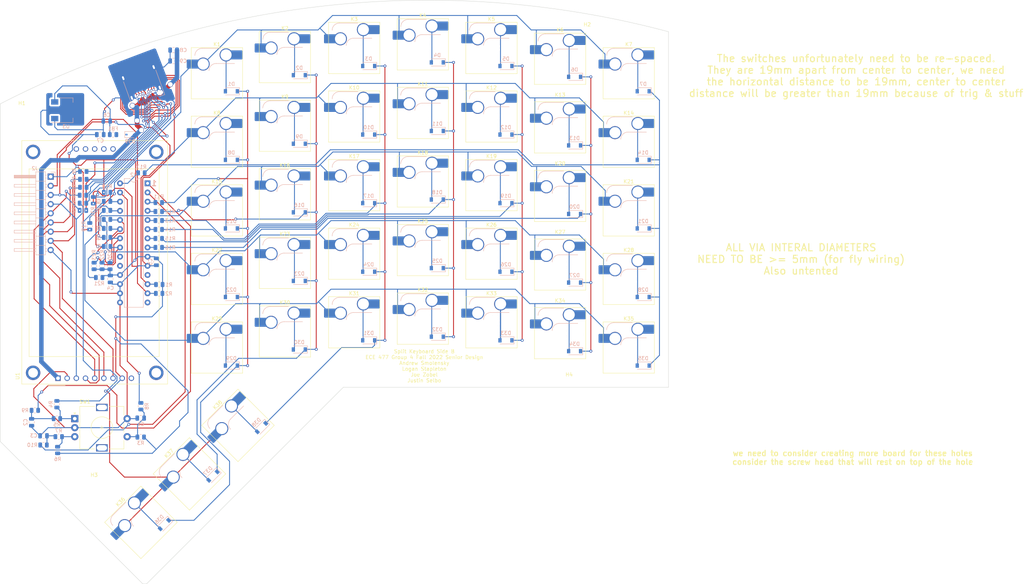
<source format=kicad_pcb>
(kicad_pcb (version 20211014) (generator pcbnew)
  (layers (0 "F.Cu" signal) (31 "B.Cu" signal) (34 "B.Paste" user) (35 "F.Paste" user) (36 "B.SilkS" user "B.Silkscreen") (37 "F.SilkS" user "F.Silkscreen") (38 "B.Mask" user) (39 "F.Mask" user) (44 "Edge.Cuts" user))
  (net 0 "")
  (net 1 "Net-(D1-Pad2)")
  (net 2 "/row0")
  (net 3 "Net-(D2-Pad2)")
  (net 4 "/row1")
  (net 5 "Net-(D3-Pad2)")
  (net 6 "/row2")
  (net 7 "Net-(D4-Pad2)")
  (net 8 "/row3")
  (net 9 "Net-(D5-Pad2)")
  (net 10 "Net-(D6-Pad2)")
  (net 11 "Net-(D7-Pad2)")
  (net 12 "Net-(D8-Pad2)")
  (net 13 "Net-(D9-Pad2)")
  (net 14 "Net-(D10-Pad2)")
  (net 15 "Net-(D11-Pad2)")
  (net 16 "Net-(D12-Pad2)")
  (net 17 "Net-(D13-Pad2)")
  (net 18 "Net-(D14-Pad2)")
  (net 19 "Net-(D15-Pad2)")
  (net 20 "Net-(D16-Pad2)")
  (net 21 "/col0")
  (net 22 "/col1")
  (net 23 "/col2")
  (net 24 "/col3")
  (net 25 "/row4")
  (net 26 "/row5")
  (net 27 "/row6")
  (net 28 "Net-(D17-Pad2)")
  (net 29 "Net-(D18-Pad2)")
  (net 30 "Net-(D19-Pad2)")
  (net 31 "Net-(D20-Pad2)")
  (net 32 "Net-(D21-Pad2)")
  (net 33 "Net-(D22-Pad2)")
  (net 34 "Net-(D23-Pad2)")
  (net 35 "Net-(D24-Pad2)")
  (net 36 "Net-(D25-Pad2)")
  (net 37 "Net-(D26-Pad2)")
  (net 38 "Net-(D27-Pad2)")
  (net 39 "Net-(D28-Pad2)")
  (net 40 "Net-(D29-Pad2)")
  (net 41 "Net-(D30-Pad2)")
  (net 42 "Net-(D31-Pad2)")
  (net 43 "Net-(D32-Pad2)")
  (net 44 "Net-(D33-Pad2)")
  (net 45 "Net-(D37-Pad2)")
  (net 46 "Net-(D38-Pad2)")
  (net 47 "/col4")
  (net 48 "/col5")
  (net 55 "Net-(C6-Pad1)")
  (net 56 "GND")
  (net 57 "+3.3V")
  (net 58 "Net-(D39-Pad1)")
  (net 59 "VBUS")
  (net 60 "Net-(J1-PadA2)")
  (net 61 "/LCD2_RST")
  (net 62 "/MOSI")
  (net 63 "/SDA")
  (net 64 "/SCL")
  (net 65 "/SCK")
  (net 66 "/LCD2_CS")
  (net 67 "/LCD2_DC")
  (net 68 "Net-(J1-PadA3)")
  (net 69 "/ENC_SW")
  (net 70 "Net-(R4-Pad2)")
  (net 71 "Net-(R6-Pad2)")
  (net 72 "/ENC_A")
  (net 73 "/ENC_B")
  (net 78 "Net-(D34-Pad2)")
  (net 79 "Net-(D35-Pad2)")
  (net 80 "Net-(D36-Pad2)")
  (net 81 "Net-(J1-PadA5)")
  (net 82 "Net-(J1-PadA6)")
  (net 83 "Net-(J1-PadA7)")
  (net 84 "Net-(J1-PadA8)")
  (net 85 "Net-(J1-PadA10)")
  (net 86 "Net-(J1-PadA11)")
  (net 87 "Net-(R8-Pad2)")
  (net 88 "Net-(R9-Pad2)")
  (net 89 "Net-(R10-Pad2)")
  (net 90 "Net-(R11-Pad2)")
  (net 91 "Net-(R12-Pad2)")
  (net 92 "Net-(R13-Pad2)")
  (net 93 "Net-(R14-Pad2)")
  (net 94 "Net-(R15-Pad2)")
  (net 95 "Net-(R16-Pad2)")
  (net 96 "Net-(R17-Pad2)")
  (net 97 "Net-(R18-Pad1)")
  (net 98 "Net-(R19-Pad1)")
  (net 99 "Net-(R20-Pad1)")
  (net 100 "Net-(R21-Pad1)")
  (net 101 "Net-(R22-Pad1)")
  (net 102 "Net-(R23-Pad1)")
  (footprint "MountingHole:MountingHole_2.7mm" (layer "F.Cu") (at 211.5 33.5)
    (fp_text reference "H2")
    (fp_text value "MountingHole" hide)
  )
  (footprint "6:SW_Hotswap_Kailh_MX_plated" (layer "F.Cu") (at 219 102)
    (fp_text reference "K28")
    (fp_text value "KEYSW")
  )
  (footprint "6:SW_Hotswap_Kailh_MX_plated" (layer "F.Cu") (at 162 56)
    (fp_text reference "K11")
    (fp_text value "KEYSW")
  )
  (footprint "Display:CR2013-MI2120" (layer "F.Cu") (at 61 129.5 90)
    (fp_text reference "U1")
    (fp_text value "CR2013-MI2120")
  )
  (footprint "6:SW_Hotswap_Kailh_MX_plated" (layer "F.Cu") (at 181 114)
    (fp_text reference "K33")
    (fp_text value "KEYSW")
  )
  (footprint "6:SW_Hotswap_Kailh_MX_plated" (layer "F.Cu") (at 200 79)
    (fp_text reference "K20")
    (fp_text value "KEYSW")
  )
  (footprint "6:SW_Hotswap_Kailh_MX_plated" (layer "F.Cu") (at 200 60)
    (fp_text reference "K13")
    (fp_text value "KEYSW")
  )
  (footprint "6:SW_Hotswap_Kailh_MX_plated" (layer "F.Cu") (at 219 45)
    (fp_text reference "K7")
    (fp_text value "KEYSW")
  )
  (footprint "6:SW_Hotswap_Kailh_MX_plated" (layer "F.Cu") (at 143 76)
    (fp_text reference "K17")
    (fp_text value "KEYSW")
  )
  (footprint "6:SW_Hotswap_Kailh_MX_plated" (layer "F.Cu") (at 123.81 78.54)
    (fp_text reference "K16")
    (fp_text value "KEYSW")
  )
  (footprint "6:SW_Hotswap_Kailh_MX_plated" (layer "F.Cu") (at 97.395265 156 45)
    (fp_text reference "K37")
    (fp_text value "KEYSW")
  )
  (footprint "6:SW_Hotswap_Kailh_MX_plated" (layer "F.Cu") (at 123.81 40.54)
    (fp_text reference "K2")
    (fp_text value "KEYSW")
  )
  (footprint "6:SW_Hotswap_Kailh_MX_plated" (layer "F.Cu") (at 110.830294 142.564971 45)
    (fp_text reference "K38")
    (fp_text value "KEYSW")
  )
  (footprint "6:SW_Hotswap_Kailh_MX_plated" (layer "F.Cu") (at 181 38)
    (fp_text reference "K5")
    (fp_text value "KEYSW")
  )
  (footprint "6:SW_Hotswap_Kailh_MX_plated" (layer "F.Cu") (at 123.81 59.54)
    (fp_text reference "K9")
    (fp_text value "KEYSW")
  )
  (footprint "6:SW_Hotswap_Kailh_MX_plated" (layer "F.Cu") (at 162 113)
    (fp_text reference "K32")
    (fp_text value "KEYSW")
  )
  (footprint "6:SW_Hotswap_Kailh_MX_plated" (layer "F.Cu") (at 105 45)
    (fp_text reference "K1")
    (fp_text value "KEYSW")
  )
  (footprint "6:SW_Hotswap_Kailh_MX_plated" (layer "F.Cu") (at 181 95)
    (fp_text reference "K26")
    (fp_text value "KEYSW")
  )
  (footprint "Rotary_Encoder:RotaryEncoder_Alps_EC11E-Switch_Vertical_H20mm" (layer "F.Cu") (at 65.65 140.7)
    (fp_text reference "SW1")
    (fp_text value "RotaryEncoder")
  )
  (footprint "6:SW_Hotswap_Kailh_MX_plated" (layer "F.Cu") (at 162 37)
    (fp_text reference "K4")
    (fp_text value "KEYSW")
  )
  (footprint "6:SW_Hotswap_Kailh_MX_plated" (layer "F.Cu") (at 200 117)
    (fp_text reference "K34")
    (fp_text value "KEYSW")
  )
  (footprint "6:SW_Hotswap_Kailh_MX_plated" (layer "F.Cu") (at 123.81 116.54)
    (fp_text reference "K30")
    (fp_text value "KEYSW")
  )
  (footprint "6:SW_Hotswap_Kailh_MX_plated" (layer "F.Cu") (at 219 64)
    (fp_text reference "K14")
    (fp_text value "KEYSW")
  )
  (footprint "6:SW_Hotswap_Kailh_MX_plated" (layer "F.Cu") (at 181 57)
    (fp_text reference "K12")
    (fp_text value "KEYSW")
  )
  (footprint "6:SW_Hotswap_Kailh_MX_plated" (layer "F.Cu") (at 105 102)
    (fp_text reference "K22")
    (fp_text value "KEYSW")
  )
  (footprint "6:SW_Hotswap_Kailh_MX_plated" (layer "F.Cu") (at 200 41)
    (fp_text reference "K6")
    (fp_text value "KEYSW")
  )
  (footprint "6:SW_Hotswap_Kailh_MX_plated" (layer "F.Cu") (at 105 64)
    (fp_text reference "K8")
    (fp_text value "KEYSW")
  )
  (footprint "6:SW_Hotswap_Kailh_MX_plated" (layer "F.Cu") (at 162 75)
    (fp_text reference "K18")
    (fp_text value "KEYSW")
  )
  (footprint "6:SW_Hotswap_Kailh_MX_plated" (layer "F.Cu") (at 105 83)
    (fp_text reference "K15")
    (fp_text value "KEYSW")
  )
  (footprint "6:SW_Hotswap_Kailh_MX_plated" (layer "F.Cu") (at 219 83)
    (fp_text reference "K21")
    (fp_text value "KEYSW")
  )
  (footprint "6:SW_Hotswap_Kailh_MX_plated" (layer "F.Cu") (at 181 76)
    (fp_text reference "K19")
    (fp_text value "KEYSW")
  )
  (footprint "MountingHole:MountingHole_2.7mm" (layer "F.Cu") (at 51 57)
    (fp_text reference "H1")
    (fp_text value "MountingHole")
  )
  (footprint "MountingHole:MountingHole_2.7mm" (layer "F.Cu") (at 71 160)
    (fp_text reference "H3")
    (fp_text value "MountingHole")
  )
  (footprint "MountingHole:MountingHole_2.7mm" (layer "F.Cu") (at 207 128)
    (fp_text reference "H4")
    (fp_text value "MountingHole" hide)
  )
  (footprint "6:SW_Hotswap_Kailh_MX_plated" (layer "F.Cu") (at 162 94)
    (fp_text reference "K25")
    (fp_text value "KEYSW")
  )
  (footprint "6:SW_Hotswap_Kailh_MX_plated" (layer "F.Cu") (at 143 57)
    (fp_text reference "K10")
    (fp_text value "KEYSW")
  )
  (footprint "6:SW_Hotswap_Kailh_MX_plated" (layer "F.Cu") (at 143 114)
    (fp_text reference "K31")
    (fp_text value "KEYSW")
  )
  (footprint "6:SW_Hotswap_Kailh_MX_plated" (layer "F.Cu") (at 123.81 97.54)
    (fp_text reference "K23")
    (fp_text value "KEYSW")
  )
  (footprint "6:SW_Hotswap_Kailh_MX_plated" (layer "F.Cu") (at 105 121)
    (fp_text reference "K29")
    (fp_text value "KEYSW")
  )
  (footprint "6:SW_Hotswap_Kailh_MX_plated" (layer "F.Cu") (at 143 95)
    (fp_text reference "K24")
    (fp_text value "KEYSW")
  )
  (footprint "6:SW_Hotswap_Kailh_MX_plated" (layer "F.Cu") (at 83.960236 169.435028 45)
    (fp_text reference "K36")
    (fp_text value "KEYSW")
  )
  (footprint "6:SW_Hotswap_Kailh_MX_plated" (layer "F.Cu") (at 219 121)
    (fp_text reference "K35")
    (fp_text value "KEYSW")
  )
  (footprint "6:SW_Hotswap_Kailh_MX_plated" (layer "F.Cu") (at 200 98)
    (fp_text reference "K27")
    (fp_text value "KEYSW")
  )
  (footprint "6:SW_Hotswap_Kailh_MX_plated" (layer "F.Cu") (at 143 38)
    (fp_text reference "K3")
    (fp_text value "KEYSW")
  )
  (footprint "Resistor_SMD:R_0805_2012Metric" (layer "B.Cu") (at 88.8875 83.311111 180)
    (fp_text reference "R12")
    (fp_text value "20")
  )
  (footprint "Resistor_SMD:R_0805_2012Metric" (layer "B.Cu") (at 73.2 98.4 -90)
    (fp_text reference "R22")
    (fp_text value "10k")
  )
  (footprint "Capacitor_SMD:C_0805_2012Metric" (layer "B.Cu") (at 93 38.59 180)
    (fp_text reference "C8")
    (fp_text value "10uf")
  )
  (footprint "Resistor_SMD:R_0805_2012Metric" (layer "B.Cu") (at 68 72.2)
    (fp_text reference "R36")
    (fp_text value "20")
  )
  (footprint "Capacitor_SMD:C_0805_2012Metric" (layer "B.Cu") (at 74.5 58.25 180)
    (fp_text reference "C6")
    (fp_text value "10u")
  )
  (footprint "Resistor_SMD:R_0805_2012Metric" (layer "B.Cu") (at 60.9 149.4 90)
    (fp_text reference "R6")
    (fp_text value "10k")
  )
  (footprint "Diode_SMD:D_SOD-123" (layer "B.Cu") (at 109 107 180)
    (fp_text reference "D22")
    (fp_text value "D")
  )
  (footprint "Diode_SMD:D_SOD-123" (layer "B.Cu") (at 185 81 180)
    (fp_text reference "D19")
    (fp_text value "D")
  )
  (footprint "Resistor_SMD:R_0805_2012Metric" (layer "B.Cu") (at 69.8 87.4 -90)
    (fp_text reference "R19")
    (fp_text value "10k")
  )
  (footprint "Diode_SMD:D_SOD-123" (layer "B.Cu") (at 127.81 64.54 180)
    (fp_text reference "D9")
    (fp_text value "D")
  )
  (footprint "Resistor_SMD:R_0805_2012Metric" (layer "B.Cu") (at 74.6 78 180)
    (fp_text reference "R18")
    (fp_text value "10k")
  )
  (footprint "Diode_SMD:D_SOD-123" (layer "B.Cu") (at 204 65 180)
    (fp_text reference "D13")
    (fp_text value "D")
  )
  (footprint "Diode_SMD:D_SOD-123" (layer "B.Cu") (at 147 62 180)
    (fp_text reference "D10")
    (fp_text value "D")
  )
  (footprint "Diode_SMD:D_SOD-123" (layer "B.Cu") (at 185 62 180)
    (fp_text reference "D12")
    (fp_text value "D")
  )
  (footprint "Resistor_SMD:R_0805_2012Metric" (layer "B.Cu") (at 61.2 145.7 180)
    (fp_text reference "R7")
    (fp_text value "10k")
  )
  (footprint "Diode_SMD:D_SOD-123" (layer "B.Cu") (at 127.81 83.54 180)
    (fp_text reference "D16")
    (fp_text value "D")
  )
  (footprint "Resistor_SMD:R_0805_2012Metric" (layer "B.Cu") (at 84.0875 72.6 180)
    (fp_text reference "R17")
    (fp_text value "20")
  )
  (footprint "Resistor_SMD:R_0805_2012Metric" (layer "B.Cu") (at 88.8875 85.8 180)
    (fp_text reference "R13")
    (fp_text value "20")
  )
  (footprint "Resistor_SMD:R_0805_2012Metric" (layer "B.Cu") (at 67.9125 83)
    (fp_text reference "R32")
    (fp_text value "20")
  )
  (footprint "Resistor_SMD:R_0805_2012Metric" (layer "B.Cu") (at 74.5875 85.5)
    (fp_text reference "R26")
    (fp_text value "20")
  )
  (footprint "Diode_SMD:D_SOD-123" (layer "B.Cu") (at 166 61 180)
    (fp_text reference "D11")
    (fp_text value "D")
  )
  (footprint "Resistor_SMD:R_0805_2012Metric" (layer "B.Cu") (at 71 98.4 -90)
    (fp_text reference "R23")
    (fp_text value "10k")
  )
  (footprint "Resistor_SMD:R_0805_2012Metric" (layer "B.Cu") (at 68 74.4)
    (fp_text reference "R30")
    (fp_text value "20")
  )
  (footprint "Capacitor_SMD:C_0805_2012Metric" (layer "B.Cu") (at 57 145.45)
    (fp_text reference "C3")
    (fp_text value ".01uF")
  )
  (footprint "Diode_SMD:D_SOD-123" (layer "B.Cu") (at 127.81 45.54 180)
    (fp_text reference "D2")
    (fp_text value "D")
  )
  (footprint "Diode_SMD:D_SOD-123" (layer "B.Cu") (at 223 69 180)
    (fp_text reference "D14")
    (fp_text value "D")
  )
  (footprint "Resistor_SMD:R_0805_2012Metric" (layer "B.Cu") (at 88.8875 90.777778 180)
    (fp_text reference "R15")
    (fp_text value "20")
  )
  (footprint "Diode_SMD:D_SOD-123" (layer "B.Cu") (at 147 81 180)
    (fp_text reference "D17")
    (fp_text value "D")
  )
  (footprint "Diode_SMD:D_SOD-123" (layer "B.Cu") (at 127.81 102.54 180)
    (fp_text reference "D23")
    (fp_text value "D")
  )
  (footprint "Capacitor_SMD:C_0805_2012Metric" (layer "B.Cu") (at 93 41.6 180)
    (fp_text reference "C9")
    (fp_text value "100nF")
  )
  (footprint "Capacitor_SMD:C_0805_2012Metric" (layer "B.Cu") (at 53.7 141.7 -90)
    (fp_text reference "C2")
    (fp_text value ".01uF")
  )
  (footprint "Diode_SMD:D_SOD-123" (layer "B.Cu") (at 147 43 180)
    (fp_text reference "D3")
    (fp_text value "D")
  )
  (footprint "Diode_SMD:D_SOD-123" (layer "B.Cu") (at 204 122 180)
    (fp_text reference "D34")
    (fp_text value "D")
  )
  (footprint "Resistor_SMD:R_0805_2012Metric" (layer "B.Cu") (at 57 148 180)
    (fp_text reference "R10")
    (fp_text value "20")
  )
  (footprint "Resistor_SMD:R_0805_2012Metric" (layer "B.Cu") (at 67.9125 81)
    (fp_text reference "R33")
    (fp_text value "20")
  )
  (footprint "Capacitor_SMD:C_0805_2012Metric" (layer "B.Cu") (at 88.25 97.25 -90)
    (fp_text reference "C5")
    (fp_text value "100nF")
  )
  (footprint "Diode_SMD:D_SOD-123" (layer "B.Cu") (at 127.81 121.54 180)
    (fp_text reference "D30")
    (fp_text value "D")
  )
  (footprint "Diode_SMD:D_SOD-123" (layer "B.Cu") (at 166 99 180)
    (fp_text reference "D25")
    (fp_text value "D")
  )
  (footprint "Diode_SMD:D_SOD-123" (layer "B.Cu") (at 90.463216 170.036783 -135)
    (fp_text reference "D36")
    (fp_text value "D")
  )
  (footprint "Diode_SMD:D_SOD-123" (layer "B.Cu") (at 223 126 180)
    (fp_text reference "D35")
    (fp_text value "D")
  )
  (footprint "Diode_SMD:D_SOD-323" (layer "B.Cu") (at 81 62)
    (fp_text reference "D39")
    (fp_text value "D_Schottky")
  )
  (footprint "Resistor_SMD:R_0805_2012Metric" (layer "B.Cu") (at 60.7 140.7)
    (fp_text reference "R5")
    (fp_text value "10k")
  )
  (footprint "Resistor_SMD:R_0805_2012Metric" (layer "B.Cu") (at 88.8875 80.822222 180)
    (fp_text reference "R11")
    (fp_text value "20")
  )
  (footprint "Diode_SMD:D_SOD-123" (layer "B.Cu") (at 147 119 180)
    (fp_text reference "D31")
    (fp_text value "D")
  )
  (footprint "Resistor_SMD:R_0805_2012Metric" (layer "B.Cu") (at 67.9125 78.8)
    (fp_text reference "R34")
    (fp_text value "20")
  )
  (footprint "Resistor_SMD:R_0805_2012Metric" (layer "B.Cu") (at 88.8875 93.266667 180)
    (fp_text reference "R16")
    (fp_text value "20")
  )
  (footprint "Resistor_SMD:R_0805_2012Metric" (layer "B.Cu") (at 74.5875 80.5)
    (fp_text reference "R28")
    (fp_text value "20")
  )
  (footprint "Diode_SMD:D_SOD-123" (layer "B.Cu") (at 223 88 180)
    (fp_text reference "D21")
    (fp_text value "D")
  )
  (footprint "Connector_PinHeader_2.54mm:PinHeader_1x09_P2.54mm_Horizontal" (layer "B.Cu") (at 58.975 73.65 180)
    (fp_text reference "J2")
    (fp_text value "Conn_01x09")
  )
  (footprint "Package_TO_SOT_SMD:SOT-223-3_TabPin2" (layer "B.Cu") (at 63.25 55.25)
    (fp_text reference "U3")
    (fp_text value "AMS1117-3.3")
  )
  (footprint "Resistor_SMD:R_0805_2012Metric" (layer "B.Cu") (at 72.4 101.6)
    (fp_text reference "R21")
    (fp_text value "10k")
  )
  (footprint "Diode_SMD:D_SOD-123" (layer "B.Cu") (at 185 43 180)
    (fp_text reference "D5")
    (fp_text value "D")
  )
  (footprint "Diode_SMD:D_SOD-123" (layer "B.Cu") (at 166 80 180)
    (fp_text reference "D18")
    (fp_text value "D")
  )
  (footprint "Diode_SMD:D_SOD-123" (layer "B.Cu") (at 223 107 180)
    (fp_text reference "D28")
    (fp_text value "D")
  )
  (footprint "Resistor_SMD:R_0805_2012Metric" (layer "B.Cu") (at 70.8 80.2 90)
    (fp_text reference "R31")
    (fp_text value "20")
  )
  (footprint "Diode_SMD:D_SOD-123" (layer "B.Cu") (at 166 118 180)
    (fp_text reference "D32")
    (fp_text value "D")
  )
  (footprint "Capacitor_SMD:C_0805_2012Metric" (layer "B.Cu") (at 75.5 102 -90)
    (fp_text reference "C4")
    (fp_text value "100nF")
  )
  (footprint "Resistor_SMD:R_0805_2012Metric" (layer "B.Cu") (at 54.6 138.4)
    (fp_text reference "R9")
    (fp_text value "20")
  )
  (footprint "Resistor_SMD:R_0805_2012Metric" (layer "B.Cu") (at 83.95 137.25 90)
    (fp_text reference "R8")
    (fp_text value "20")
  )
  (footprint "Resistor_SMD:R_0805_2012Metric" (layer "B.Cu") (at 89.04 103.54 180)
    (fp_text reference "R1")
    (fp_text value "4K7")
  )
  (footprint "Resistor_SMD:R_0805_2012Metric" (layer "B.Cu") (at 60.7 136.7 -90)
    (fp_text reference "R4")
    (fp_text value "10k")
  )
  (footprint "Resistor_SMD:R_0805_2012Metric" (layer "B.Cu") (at 68 76.6)
    (fp_text reference "R35")
    (fp_text value "20")
  )
  (footprint "Diode_SMD:D_SOD-123" (layer "B.Cu") (at 204 103 180)
    (fp_text reference "D27")
    (fp_text value "D")
  )
  (footprint "Diode_SMD:D_SOD-123" (layer "B.Cu") (at 117.333274 143.166726 -135)
    (fp_text reference "D38")
    (fp_text value "D")
  )
  (footprint "Capacitor_SMD:C_0805_2012Metric" (layer "B.Cu") (at 72.7 62)
    (fp_text reference "C7")
    (fp_text value "10u")
  )
  (footprint "Diode_SMD:D_SOD-123" (layer "B.Cu") (at 109 126 180)
    (fp_text reference "D29")
    (fp_text value "D")
  )
  (footprint "Capacitor_SMD:C_0805_2012Metric" (layer "B.Cu") (at 83.9 140.55)
    (fp_text reference "C1")
    (fp_text value "100nF")
  )
  (footprint "Package_DIP:DIP-28_W7.62mm" (layer "B.Cu") (at 85.8 75.5 180)
    (fp_text reference "U2")
    (fp_text value "MCP23017_SP")
  )
  (footprint "Diode_SMD:D_SOD-123" (layer "B.Cu") (at 223 50 180)
    (fp_text reference "D7")
    (fp_text value "D")
  )
  (footprint "Diode_SMD:D_SOD-123" (layer "B.Cu") (at 204 46 180)
    (fp_text reference "D6")
    (fp_text value "D")
  )
  (footprint "Resistor_SMD:R_0805_2012Metric" (layer "B.Cu") (at 89 106 180)
    (fp_text reference "R2")
    (fp_text value "4K7")
  )
  (footprint "Diode_SMD:D_SOD-123" (layer "B.Cu") (at 109 50 180)
    (fp_text reference "D1")
    (fp_text value "D")
  )
  (footprint "Resistor_SMD:R_0805_2012Metric" (layer "B.Cu") (at 74.5875 83)
    (fp_text reference "R27")
    (fp_text value "20")
  )
  (footprint "Diode_SMD:D_SOD-123" (layer "B.Cu") (at 109 69 180)
    (fp_text reference "D8")
    (fp_text value "D")
  )
  (footprint "Diode_SMD:D_SOD-123" (layer "B.Cu") (at 204 84 180)
    (fp_text reference "D20")
    (fp_text value "D")
  )
  (footprint "Connector_USB:USB_C_Receptacle_Amphenol_12401548E4-2A" (layer "B.Cu") (at 84.25 47.5 20)
    (fp_text reference "J1")
    (fp_text value "USB_C_Receptacle")
  )
  (footprint "Diode_SMD:D_SOD-123" (layer "B.Cu") (at 185 100 180)
    (fp_text reference "D26")
    (fp_text value "D")
  )
  (footprint "Resistor_SMD:R_0805_2012Metric" (layer "B.Cu") (at 74.5875 93)
    (fp_text reference "R24")
    (fp_text value "20")
  )
  (footprint "Resistor_SMD:R_0805_2012Metric" (layer "B.Cu") (at 74.5875 88)
    (fp_text reference "R25")
    (fp_text value "20")
  )
  (footprint "Diode_SMD:D_SOD-123" (layer "B.Cu") (at 103.898245 156.601755 -135)
    (fp_text reference "D37")
    (fp_text value "D")
  )
  (footprint "Resistor_SMD:R_0805_2012Metric" (layer "B.Cu") (at 75.4 98.4 -90)
    (fp_text reference "R20")
    (fp_text value "10k")
  )
  (footprint "Resistor_SMD:R_0805_2012Metric" (layer "B.Cu") (at 76.25 62 180)
    (fp_text reference "FB1")
    (fp_text value "100 @ 100 MHz")
  )
  (footprint "Diode_SMD:D_SOD-123" (layer "B.Cu") (at 166 42 180)
    (fp_text reference "D4")
    (fp_text value "D")
  )
  (footprint "Resistor_SMD:R_0805_2012Metric" (layer "B.Cu") (at 83.9 145.8)
    (fp_text reference "R3")
    (fp_text value "10k")
  )
  (footprint "Resistor_SMD:R_0805_2012Metric" (layer "B.Cu") (at 88.8875 88.288889 180)
    (fp_text reference "R14")
    (fp_text value "20")
  )
  (footprint "Resistor_SMD:R_0805_2012Metric" (layer "B.Cu") (at 74.5875 90.5)
    (fp_text reference "R29")
    (fp_text value "20")
  )
  (footprint "Diode_SMD:D_SOD-123" (layer "B.Cu") (at 147 100 180)
    (fp_text reference "D24")
    (fp_text value "D")
  )
  (footprint "Diode_SMD:D_SOD-123" (layer "B.Cu") (at 109 88 180)
    (fp_text reference "D15")
    (fp_text value "D")
  )
  (footprint "Diode_SMD:D_SOD-123" (layer "B.Cu") (at 185 119 180)
    (fp_text reference "D33")
    (fp_text value "D")
  )
  (gr_line (start 45 53.5) (end 45 132) (layer "Edge.Cuts") (width 0.1))
  (gr_line (start 230 132) (end 140 132) (layer "Edge.Cuts") (width 0.1))
  (gr_line (start 230 33.5) (end 230 132) (layer "Edge.Cuts") (width 0.1))
  (gr_line locked (start 85.5 186.5) (end 84.5 186.5) (layer "Edge.Cuts") (width 0.1))
  (gr_line (start 85.5 186.5) (end 140 132) (layer "Edge.Cuts") (width 0.1))
  (gr_line (start 45 147) (end 45 132) (layer "Edge.Cuts") (width 0.1))
  (gr_line (start 84.5 186.5) (end 45 147) (layer "Edge.Cuts") (width 0.1))
  (gr_arc (start 45 53.5) (mid 135.635805 26.256197) (end 230 33.5) (layer "Edge.Cuts") (width 0.1))
  (gr_text "1" (at 87.6 75.5) (layer "B.SilkS") (effects (font (size 1.5 1.5) (thickness 0.3)) (justify mirror)))
  (gr_text "ALL VIA INTERAL DIAMETERS\nNEED TO BE >= 5mm (for fly wiring)\nAlso untented" (at 266.7 96.52) (layer "F.SilkS") (effects (font (size 2 2) (thickness 0.3))))
  (gr_text "The switches unfortunately need to be re-spaced.\nThey are 19mm apart from center to center, we need\nthe horizontal distance to be 19mm, center to center\ndistance will be greater than 19mm because of trig & stuff" (at 281.94 45.72) (layer "F.SilkS") (effects (font (size 2 2) (thickness 0.3))))
  (gr_text "Split Keyboard Side B\nECE 477 Group 4 Fall 2022 Senior Design\nAndrew Smolensky\nLogan Stapleton\nJoe Zobel\nJustin Selbo" (at 162.4 126.1) (layer "F.SilkS") (effects (font (size 1 1))))
  (gr_text "we need to consider creating more board for these holes\nconsider the screw head that will rest on top of the hole" (at 281 151.5) (layer "F.SilkS") (effects (font (size 1.5 1.5) (thickness 0.3))))
  (segment (start 107.54 39.92) (end 107.54 49.81) (width 0.25) (layer "B.Cu") (net 1))
  (segment (start 113.4 74.2) (end 113.5 74.1) (width 0.25) (layer "F.Cu") (net 2))
  (segment (start 105.4 74.2) (end 113.4 74.2) (width 0.25) (layer "F.Cu") (net 2))
  (segment (start 113.5 88) (end 113.5 107) (width 0.25) (layer "F.Cu") (net 2))
  (segment (start 113.5 74.1) (end 113.5 88) (width 0.25) (layer "F.Cu") (net 2))
  (segment (start 113.5 50) (end 113.5 69) (width 0.25) (layer "F.Cu") (net 2))
  (segment (start 113.5 69) (end 113.5 74.1) (width 0.25) (layer "F.Cu") (net 2))
  (segment (start 113.5 107) (end 113.5 126) (width 0.25) (layer "F.Cu") (net 2))
  (via (at 113.5 107) (size 0.8) (drill 0.4) (layers "F.Cu" "B.Cu") (net 2))
  (via (at 113.5 69) (size 0.8) (drill 0.4) (layers "F.Cu" "B.Cu") (net 2))
  (via (at 113.5 50) (size 0.8) (drill 0.4) (layers "F.Cu" "B.Cu") (net 2))
  (via (at 105.4 74.2) (size 0.8) (drill 0.4) (layers "F.Cu" "B.Cu") (net 2))
  (via (at 113.495278 125.998054) (size 0.8) (drill 0.4) (layers "F.Cu" "B.Cu") (net 2))
  (via (at 113.5 88) (size 0.8) (drill 0.4) (layers "F.Cu" "B.Cu") (net 2))
  (segment (start 110.65 50) (end 113.5 50) (width 0.25) (layer "B.Cu") (net 2))
  (segment (start 91.629942 168.870057) (end 98.629943 168.870057) (width 0.25) (layer "B.Cu") (net 2))
  (segment (start 110.645278 125.998054) (end 113.495278 125.998054) (width 0.25) (layer "B.Cu") (net 2))
  (segment (start 108.5 152.517121) (end 100.5 144.517121) (width 0.25) (layer "B.Cu") (net 2))
  (segment (start 110.65 88) (end 113.5 88) (width 0.25) (layer "B.Cu") (net 2))
  (segment (start 100.5 144.517121) (end 100.5 136.15) (width 0.25) (layer "B.Cu") (net 2))
  (segment (start 100.5 136.15) (end 110.65 126) (width 0.25) (layer "B.Cu") (net 2))
  (segment (start 99.8 74.2) (end 105.4 74.2) (width 0.25) (layer "B.Cu") (net 2))
  (segment (start 93.177778 80.822222) (end 99.8 74.2) (width 0.25) (layer "B.Cu") (net 2))
  (segment (start 108.5 159) (end 108.5 152.517121) (width 0.25) (layer "B.Cu") (net 2))
  (segment (start 89.8 80.822222) (end 93.177778 80.822222) (width 0.25) (layer "B.Cu") (net 2))
  (segment (start 98.629943 168.870057) (end 108.5 159) (width 0.25) (layer "B.Cu") (net 2))
  (segment (start 110.65 107) (end 113.5 107) (width 0.25) (layer "B.Cu") (net 2))
  (segment (start 110.65 69) (end 113.5 69) (width 0.25) (layer "B.Cu") (net 2))
  (segment (start 126.5 35.5) (end 126.5 45.39) (width 0.25) (layer "B.Cu") (net 3))
  (segment (start 132.5 64.5) (end 132.5 83.5) (width 0.25) (layer "F.Cu") (net 4))
  (segment (start 132.5 45.5) (end 132.5 64.5) (width 0.25) (layer "F.Cu") (net 4))
  (segment (start 132.5 102.5) (end 132.5 121.5) (width 0.25) (layer "F.Cu") (net 4))
  (segment (start 94.4 83) (end 95.8 83) (width 0.25) (layer "F.Cu") (net 4))
  (segment (start 95.8 83) (end 98.4 85.6) (width 0.25) (layer "F.Cu") (net 4))
  (segment (start 98.4 85.6) (end 110 85.6) (width 0.25) (layer "F.Cu") (net 4))
  (segment (start 110 85.6) (end 110.2 85.4) (width 0.25) (layer "F.Cu") (net 4))
  (segment (start 132.5 83.5) (end 132.5 102.5) (width 0.25) (layer "F.Cu") (net 4))
  (via (at 132.5 45.5) (size 0.8) (drill 0.4) (layers "F.Cu" "B.Cu") (net 4))
  (via (at 94.4 83) (size 0.8) (drill 0.4) (layers "F.Cu" "B.Cu") (net 4))
  (via (at 132.5 121.5) (size 0.8) (drill 0.4) (layers "F.Cu" "B.Cu") (net 4))
  (via (at 132.5 102.5) (size 0.8) (drill 0.4) (layers "F.Cu" "B.Cu") (net 4))
  (via (at 132.5 64.5) (size 0.8) (drill 0.4) (layers "F.Cu" "B.Cu") (net 4))
  (via (at 132.5 83.5) (size 0.8) (drill 0.4) (layers "F.Cu" "B.Cu") (net 4))
  (via (at 110.2 85.4) (size 0.8) (drill 0.4) (layers "F.Cu" "B.Cu") (net 4))
  (segment (start 110.2 85.4) (end 127.6 85.4) (width 0.25) (layer "B.Cu") (net 4))
  (segment (start 105.064971 155.435029) (end 105.064971 150.564971) (width 0.25) (layer "B.Cu") (net 4))
  (segment (start 99.5 145) (end 99.5 135.5) (width 0.25) (layer "B.Cu") (net 4))
  (segment (start 127.6 85.4) (end 129.46 83.54) (width 0.25) (layer "B.Cu") (net 4))
  (segment (start 89.8 83.311111) (end 94.088889 83.311111) (width 0.25) (layer "B.Cu") (net 4))
  (segment (start 129.65 83.5) (end 132.5 83.5) (width 0.25) (layer "B.Cu") (net 4))
  (segment (start 111 124) (end 127 124) (width 0.25) (layer "B.Cu") (net 4))
  (segment (start 105.064971 150.564971) (end 99.5 145) (width 0.25) (layer "B.Cu") (net 4))
  (segment (start 127 124) (end 129.46 121.54) (width 0.25) (layer "B.Cu") (net 4))
  (segment (start 129.65 102.5) (end 132.5 102.5) (width 0.25) (layer "B.Cu") (net 4))
  (segment (start 129.65 121.5) (end 132.5 121.5) (width 0.25) (layer "B.Cu") (net 4))
  (segment (start 129.65 45.5) (end 132.5 45.5) (width 0.25) (layer "B.Cu") (net 4))
  (segment (start 94.088889 83.311111) (end 94.4 83) (width 0.25) (layer "B.Cu") (net 4))
  (segment (start 129.65 64.5) (end 132.5 64.5) (width 0.25) (layer "B.Cu") (net 4))
  (segment (start 99.5 135.5) (end 111 124) (width 0.25) (layer "B.Cu") (net 4))
  (segment (start 145.5 33) (end 145.5 42.89) (width 0.25) (layer "B.Cu") (net 5))
  (segment (start 151.5 100) (end 151.5 119) (width 0.25) (layer "F.Cu") (net 6))
  (segment (start 151.5 81) (end 151.5 100) (width 0.25) (layer "F.Cu") (net 6))
  (segment (start 151.5 62) (end 151.5 81) (width 0.25) (layer "F.Cu") (net 6))
  (segment (start 151.5 43) (end 151.5 62) (width 0.25) (layer "F.Cu") (net 6))
  (via (at 151.5 81) (size 0.8) (drill 0.4) (layers "F.Cu" "B.Cu") (net 6))
  (via (at 151.5 62) (size 0.8) (drill 0.4) (layers "F.Cu" "B.Cu") (net 6))
  (via (at 151.5 43) (size 0.8) (drill 0.4) (layers "F.Cu" "B.Cu") (net 6))
  (via (at 151.5 100) (size 0.8) (drill 0.4) (layers "F.Cu" "B.Cu") (net 6))
  (via (at 151.5 119) (size 0.8) (drill 0.4) (layers "F.Cu" "B.Cu") (net 6))
  (segment (start 107 90.8) (end 112.6 90.8) (width 0.25) (layer "B.Cu") (net 6))
  (segment (start 135.2 83.8) (end 146.6 83.8) (width 0.25) (layer "B.Cu") (net 6))
  (segment (start 89.8 85.8) (end 102 85.8) (width 0.25) (layer "B.Cu") (net 6))
  (segment (start 118.5 142) (end 139.5 121) (width 0.25) (layer "B.Cu") (net 6))
  (segment (start 148.65 81) (end 151.5 81) (width 0.25) (layer "B.Cu") (net 6))
  (segment (start 116.6 86.8) (end 132.2 86.8) (width 0.25) (layer "B.Cu") (net 6))
  (segment (start 148.65 81.75) (end 148.65 81) (width 0.25) (layer "B.Cu") (net 6))
  (segment (start 148.65 43) (end 151.5 43) (width 0.25) (layer "B.Cu") (net 6))
  (segment (start 148 121) (end 148.65 120.35) (width 0.25) (layer "B.Cu") (net 6))
  (segment (start 139.5 121) (end 148 121) (width 0.25) (layer "B.Cu") (net 6))
  (segment (start 148.65 100) (end 151.5 100) (width 0.25) (layer "B.Cu") (net 6))
  (segment (start 148.65 119) (end 151.5 119) (width 0.25) (layer "B.Cu") (net 6))
  (segment (start 102 85.8) (end 107 90.8) (width 0.25) (layer "B.Cu") (net 6))
  (segment (start 146.6 83.8) (end 148.65 81.75) (width 0.25) (layer "B.Cu") (net 6))
  (segment (start 148.65 120.35) (end 148.65 119) (width 0.25) (layer "B.Cu") (net 6))
  (segment (start 148.65 62) (end 151.5 62) (width 0.25) (layer "B.Cu") (net 6))
  (segment (start 132.2 86.8) (end 135.2 83.8) (width 0.25) (layer "B.Cu") (net 6))
  (segment (start 112.6 90.8) (end 116.6 86.8) (width 0.25) (layer "B.Cu") (net 6))
  (segment (start 164.5 32) (end 164.5 41.89) (width 0.25) (layer "B.Cu") (net 7))
  (segment (start 170.5 61) (end 170.5 80) (width 0.25) (layer "F.Cu") (net 8))
  (segment (start 170.5 99) (end 170.5 118) (width 0.25) (layer "F.Cu") (net 8))
  (segment (start 170.5 80) (end 170.5 99) (width 0.25) (layer "F.Cu") (net 8))
  (segment (start 170.5 42) (end 170.5 61) (width 0.25) (layer "F.Cu") (net 8))
  (via (at 170.5 80) (size 0.8) (drill 0.4) (layers "F.Cu" "B.Cu") (net 8))
  (via (at 170.5 42) (size 0.8) (drill 0.4) (layers "F.Cu" "B.Cu") (net 8))
  (via (at 170.5 61) (size 0.8) (drill 0.4) (layers "F.Cu" "B.Cu") (net 8))
  (via (at 170.5 118) (size 0.8) (drill 0.4) (layers "F.Cu" "B.Cu") (net 8))
  (via (at 170.5 99) (size 0.8) (drill 0.4) (layers "F.Cu" "B.Cu") (net 8))
  (segment (start 167.65 42) (end 170.5 42) (width 0.25) (layer "B.Cu") (net 8))
  (segment (start 147.036396 84) (end 163.65 84) (width 0.25) (layer "B.Cu") (net 8))
  (segment (start 89.8 88.288889) (end 103.852493 88.288889) (width 0.25) (layer "B.Cu") (net 8))
  (segment (start 103.852493 88.288889) (end 106.813604 91.25) (width 0.25) (layer "B.Cu") (net 8))
  (segment (start 167.65 61) (end 170.5 61) (width 0.25) (layer "B.Cu") (net 8))
  (segment (start 167.65 99) (end 170.5 99) (width 0.25) (layer "B.Cu") (net 8))
  (segment (start 132.386396 87.25) (end 135.386396 84.25) (width 0.25) (layer "B.Cu") (net 8))
  (segment (start 116.786396 87.25) (end 132.386396 87.25) (width 0.25) (layer "B.Cu") (net 8))
  (segment (start 167.65 80) (end 170.5 80) (width 0.25) (layer "B.Cu") (net 8))
  (segment (start 135.386396 84.25) (end 146.786396 84.25) (width 0.25) (layer "B.Cu") (net 8))
  (segment (start 167.65 118) (end 170.5 118) (width 0.25) (layer "B.Cu") (net 8))
  (segment (start 106.813604 91.25) (end 112.786396 91.25) (width 0.25) (layer "B.Cu") (net 8))
  (segment (start 112.786396 91.25) (end 116.786396 87.25) (width 0.25) (layer "B.Cu") (net 8))
  (segment (start 146.786396 84.25) (end 147.036396 84) (width 0.25) (layer "B.Cu") (net 8))
  (segment (start 163.65 84) (end 167.65 80) (width 0.25) (layer "B.Cu") (net 8))
  (segment (start 183.5 33) (end 183.5 42.89) (width 0.25) (layer "B.Cu") (net 9))
  (segment (start 202.5 36) (end 202.5 45.89) (width 0.25) (layer "B.Cu") (net 10))
  (segment (start 221.5 40) (end 221.5 49.89) (width 0.25) (layer "B.Cu") (net 11))
  (segment (start 107.5 59.11) (end 107.5 69) (width 0.25) (layer "B.Cu") (net 12))
  (segment (start 126.46 54.69) (end 126.46 64.58) (width 0.25) (layer "B.Cu") (net 13))
  (segment (start 145.46 52.19) (end 145.46 62.08) (width 0.25) (layer "B.Cu") (net 14))
  (segment (start 164.46 51.19) (end 164.46 61.08) (width 0.25) (layer "B.Cu") (net 15))
  (segment (start 183.46 52.19) (end 183.46 62.08) (width 0.25) (layer "B.Cu") (net 16))
  (segment (start 202.5 55.11) (end 202.5 65) (width 0.25) (layer "B.Cu") (net 17))
  (segment (start 221.46 59.19) (end 221.46 69.08) (width 0.25) (layer "B.Cu") (net 18))
  (segment (start 107.5 78.11) (end 107.5 88) (width 0.25) (layer "B.Cu") (net 19))
  (segment (start 126.46 73.69) (end 126.46 83.58) (width 0.25) (layer "B.Cu") (net 20))
  (segment (start 71.5 92.5) (end 72 93) (width 0.25) (layer "F.Cu") (net 21))
  (segment (start 71.5 79.0755) (end 71.5 92.5) (width 0.25) (layer "F.Cu") (net 21))
  (segment (start 72 78.5755) (end 71.5 79.0755) (width 0.25) (layer "F.Cu") (net 21))
  (via (at 72 78.5755) (size 0.8) (drill 0.4) (layers "F.Cu" "B.Cu") (net 21))
  (via (at 72 93) (size 0.8) (drill 0.4) (layers "F.Cu" "B.Cu") (net 21))
  (segment (start 88.713604 61.95) (end 88.85 61.95) (width 0.25) (layer "B.Cu") (net 21))
  (segment (start 72 78.5755) (end 72 77.4) (width 0.25) (layer "B.Cu") (net 21))
  (segment (start 193.415 33.085) (end 193.5 33) (width 0.25) (layer "B.Cu") (net 21))
  (segment (start 72 77.4) (end 72.6 76.8) (width 0.25) (layer "B.Cu") (net 21))
  (segment (start 74.075 76.725) (end 74.075 76.588604) (width 0.25) (layer "B.Cu") (net 21))
  (segment (start 95 45.875) (end 98.415 42.46) (width 0.25) (layer "B.Cu") (net 21))
  (segment (start 117.225 33.275) (end 117.5 33) (width 0.25) (layer "B.Cu") (net 21))
  (segment (start 136.415 35.415) (end 133.5 32.5) (width 0.25) (layer "B.Cu") (net 21))
  (segment (start 117.5 33) (end 133 33) (width 0.25) (layer "B.Cu") (net 21))
  (segment (start 155.5 29) (end 174.5 29) (width 0.25) (layer "B.Cu") (net 21))
  (segment (start 174.415 29.085) (end 174.5 29) (width 0.25) (layer "B.Cu") (net 21))
  (segment (start 133 33) (end 133.5 32.5) (width 0.25) (layer "B.Cu") (net 21))
  (segment (start 212.415 39.676827) (end 212.415 42.46) (width 0.25) (layer "B.Cu") (net 21))
  (segment (start 155.415 34.46) (end 155.415 29.085) (width 0.25) (layer "B.Cu") (net 21))
  (segment (start 72.6 76.8) (end 74 76.8) (width 0.25) (layer "B.Cu") (net 21))
  (segment (start 192 33) (end 193.5 33) (width 0.25) (layer "B.Cu") (net 21))
  (segment (start 155.415 29.085) (end 155.5 29) (width 0.25) (layer "B.Cu") (net 21))
  (segment (start 117.225 38) (end 117.225 33.275) (width 0.25) (layer "B.Cu") (net 21))
  (segment (start 74 76.8) (end 74.075 76.725) (width 0.25) (layer "B.Cu") (net 21))
  (segment (start 101.19 42.46) (end 110.65 33) (width 0.25) (layer "B.Cu") (net 21))
  (segment (start 188 29) (end 192 33) (width 0.25) (layer "B.Cu") (net 21))
  (segment (start 205.738173 33) (end 212.415 39.676827) (width 0.25) (layer "B.Cu") (net 21))
  (segment (start 193.415 38.46) (end 193.415 33.085) (width 0.25) (layer "B.Cu") (net 21))
  (segment (start 193.5 33) (end 205.738173 33) (width 0.25) (layer "B.Cu") (net 21))
  (segment (start 110.65 33) (end 117.5 33) (width 0.25) (layer "B.Cu") (net 21))
  (segment (start 74.075 76.588604) (end 88.713604 61.95) (width 0.25) (layer "B.Cu") (net 21))
  (segment (start 88.85 61.95) (end 95 55.8) (width 0.25) (layer "B.Cu") (net 21))
  (segment (start 72 93) (end 73.675 93) (width 0.25) (layer "B.Cu") (net 21))
  (segment (start 133.5 32.5) (end 137 29) (width 0.25) (layer "B.Cu") (net 21))
  (segment (start 174.415 35.46) (end 174.415 29.085) (width 0.25) (layer "B.Cu") (net 21))
  (segment (start 174.5 29) (end 188 29) (width 0.25) (layer "B.Cu") (net 21))
  (segment (start 137 29) (end 155.5 29) (width 0.25) (layer "B.Cu") (net 21))
  (segment (start 95 55.8) (end 95 45.875) (width 0.25) (layer "B.Cu") (net 21))
  (segment (start 72.2245 82.8) (end 72.2245 90) (width 0.25) (layer "F.Cu") (net 22))
  (segment (start 76.6245 78.4) (end 72.2245 82.8) (width 0.25) (layer "F.Cu") (net 22))
  (via (at 72.2245 90) (size 0.8) (drill 0.4) (layers "F.Cu" "B.Cu") (net 22))
  (via (at 76.6245 78.4) (size 0.8) (drill 0.4) (layers "F.Cu" "B.Cu") (net 22))
  (segment (start 132.585 51.823173) (end 133.085 51.323173) (width 0.25) (layer "B.Cu") (net 22))
  (segment (start 136 54.238173) (end 133.085 51.323173) (width 0.25) (layer "B.Cu") (net 22))
  (segment (start 76.6245 75.311896) (end 82.811396 69.125) (width 0.25) (layer "B.Cu") (net 22))
  (segment (start 174 54.283173) (end 174 47.908173) (width 0.25) (layer "B.Cu") (net 22))
  (segment (start 193.085 51.823173) (end 205.323173 51.823173) (width 0.25) (layer "B.Cu") (net 22))
  (segment (start 174.085 47.823173) (end 187.585 47.823173) (width 0.25) (layer "B.Cu") (net 22))
  (segment (start 136.585 47.823173) (end 155.085 47.823173) (width 0.25) (layer "B.Cu") (net 22))
  (segment (start 116.81 56.823173) (end 116.81 52.098173) (width 0.25) (layer "B.Cu") (net 22))
  (segment (start 155.085 47.823173) (end 174.085 47.823173) (width 0.25) (layer "B.Cu") (net 22))
  (segment (start 205.323173 51.823173) (end 212 58.5) (width 0.25) (layer "B.Cu") (net 22))
  (segment (start 133.085 51.323173) (end 136.585 47.823173) (width 0.25) (layer "B.Cu") (net 22))
  (segment (start 155 53.283173) (end 155 47.908173) (width 0.25) (layer "B.Cu") (net 22))
  (segment (start 110.235 51.823173) (end 117.085 51.823173) (width 0.25) (layer "B.Cu") (net 22))
  (segment (start 212 58.5) (end 212 61.283173) (width 0.25) (layer "B.Cu") (net 22))
  (segment (start 117.085 51.823173) (end 132.585 51.823173) (width 0.25) (layer "B.Cu") (net 22))
  (segment (start 72.7245 90.5) (end 72.2245 90) (width 0.25) (layer "B.Cu") (net 22))
  (segment (start 76.6245 78.4) (end 76.6245 75.311896) (width 0.25) (layer "B.Cu") (net 22))
  (segment (start 82.811396 69.125) (end 90.75 69.125) (width 0.25) (layer "B.Cu") (net 22))
  (segment (start 116.81 52.098173) (end 117.085 51.823173) (width 0.25) (layer "B.Cu") (net 22))
  (segment (start 193 57.283173) (end 193 51.908173) (width 0.25) (layer "B.Cu") (net 22))
  (segment (start 187.585 47.823173) (end 191.585 51.823173) (width 0.25) (layer "B.Cu") (net 22))
  (segment (start 73.675 90.5) (end 72.7245 90.5) (width 0.25) (layer "B.Cu") (net 22))
  (segment (start 100.775 61.283173) (end 110.235 51.823173) (width 0.25) (layer "B.Cu") (net 22))
  (segment (start 191.585 51.823173) (end 193.085 51.823173) (width 0.25) (layer "B.Cu") (net 22))
  (segment (start 90.75 69.125) (end 98.415 61.46) (width 0.25) (layer "B.Cu") (net 22))
  (segment (start 117.585 70.823173) (end 133.085 70.823173) (width 0.25) (layer "B.Cu") (net 23))
  (segment (start 174.585 66.823173) (end 188.085 66.823173) (width 0.25) (layer "B.Cu") (net 23))
  (segment (start 72.8375 84.6875) (end 73.05 84.475) (width 0.25) (layer "B.Cu") (net 23))
  (segment (start 72.8375 87.1625) (end 72.8375 84.6875) (width 0.25) (layer "B.Cu") (net 23))
  (segment (start 73.675 88) (end 72.8375 87.1625) (width 0.25) (layer "B.Cu") (net 23))
  (segment (start 155.585 66.823173) (end 174.585 66.823173) (width 0.25) (layer "B.Cu") (net 23))
  (segment (start 193.585 70.823173) (end 205.823173 70.823173) (width 0.25) (layer "B.Cu") (net 23))
  (segment (start 137.085 66.823173) (end 155.585 66.823173) (width 0.25) (layer "B.Cu") (net 23))
  (segment (start 133.585 70.323173) (end 137.085 66.823173) (width 0.25) (layer "B.Cu") (net 23))
  (segment (start 136.5 73.238173) (end 133.585 70.323173) (width 0.25) (layer "B.Cu") (net 23))
  (segment (start 133.085 70.823173) (end 133.585 70.323173) (width 0.25) (layer "B.Cu") (net 23))
  (segment (start 110.735 70.823173) (end 117.585 70.823173) (width 0.25) (layer "B.Cu") (net 23))
  (segment (start 193.5 76.283173) (end 193.5 70.908173) (width 0.25) (layer "B.Cu") (net 23))
  (segment (start 192.085 70.823173) (end 193.585 70.823173) (width 0.25) (layer "B.Cu") (net 23))
  (segment (start 205.823173 70.823173) (end 212.5 77.5) (width 0.25) (layer "B.Cu") (net 23))
  (segment (start 174.5 73.283173) (end 174.5 66.908173) (width 0.25) (layer "B.Cu") (net 23))
  (segment (start 155.5 72.283173) (end 155.5 66.908173) (width 0.25) (layer "B.Cu") (net 23))
  (segment (start 73.05 84.475) (end 94.4 84.475) (width 0.25) (layer "B.Cu") (net 23))
  (segment (start 101.275 80.283173) (end 110.735 70.823173) (width 0.25) (layer "B.Cu") (net 23))
  (segment (start 117.31 75.823173) (end 117.31 71.098173) (width 0.25) (layer "B.Cu") (net 23))
  (segment (start 117.31 71.098173) (end 117.585 70.823173) (width 0.25) (layer "B.Cu") (net 23))
  (segment (start 188.085 66.823173) (end 192.085 70.823173) (width 0.25) (layer "B.Cu") (net 23))
  (segment (start 212.5 77.5) (end 212.5 80.283173) (width 0.25) (layer "B.Cu") (net 23))
  (segment (start 94.4 84.475) (end 98.415 80.46) (width 0.25) (layer "B.Cu") (net 23))
  (segment (start 212 96.5) (end 212 99.283173) (width 0.25) (layer "B.Cu") (net 24))
  (segment (start 136 92.238173) (end 133.085 89.323173) (width 0.25) (layer "B.Cu") (net 24))
  (segment (start 155.085 85.823173) (end 174.085 85.823173) (width 0.25) (layer "B.Cu") (net 24))
  (segment (start 193.085 89.823173) (end 205.323173 89.823173) (width 0.25) (layer "B.Cu") (net 24))
  (segment (start 187.585 85.823173) (end 191.585 89.823173) (width 0.25) (layer "B.Cu") (net 24))
  (segment (start 75.474327 94.5) (end 93.5 94.5) (width 0.25) (layer "B.Cu") (net 24))
  (segment (start 93.5 94.5) (end 98.415 99.415) (width 0.25) (layer "B.Cu") (net 24))
  (segment (start 73.675 85.5) (end 74.5125 86.3375) (width 0.25) (layer "B.Cu") (net 24))
  (segment (start 112.708173 94.2) (end 117.085 89.823173) (width 0.25) (layer "B.Cu") (net 24))
  (segment (start 105.858173 94.2) (end 112.708173 94.2) (width 0.25) (layer "B.Cu") (net 24))
  (segment (start 174 92.283173) (end 174 85.908173) (width 0.25) (layer "B.Cu") (net 24))
  (segment (start 205.323173 89.823173) (end 212 96.5) (width 0.25) (layer "B.Cu") (net 24))
  (segment (start 74.5125 93.538173) (end 75.474327 94.5) (width 0.25) (layer "B.Cu") (net 24))
  (segment (start 191.585 89.823173) (end 193.085 89.823173) (width 0.25) (layer "B.Cu") (net 24))
  (segment (start 133.085 89.323173) (end 136.585 85.823173) (width 0.25) (layer "B.Cu") (net 24))
  (segment (start 174.085 85.823173) (end 187.585 85.823173) (width 0.25) (layer "B.Cu") (net 24))
  (segment (start 136.585 85.823173) (end 155.085 85.823173) (width 0.25) (layer "B.Cu") (net 24))
  (segment (start 132.585 89.823173) (end 133.085 89.323173) (width 0.25) (layer "B.Cu") (net 24))
  (segment (start 193 95.283173) (end 193 89.908173) (width 0.25) (layer "B.Cu") (net 24))
  (segment (start 74.5125 86.3375) (end 74.5125 93.538173) (width 0.25) (layer "B.Cu") (net 24))
  (segment (start 100.775 99.283173) (end 105.858173 94.2) (width 0.25) (layer "B.Cu") (net 24))
  (segment (start 116.81 90.098173) (end 117.085 89.823173) (width 0.25) (layer "B.Cu") (net 24))
  (segment (start 116.81 94.823173) (end 116.81 90.098173) (width 0.25) (layer "B.Cu") (net 24))
  (segment (start 155 91.283173) (end 155 85.908173) (width 0.25) (layer "B.Cu") (net 24))
  (segment (start 117.085 89.823173) (end 132.585 89.823173) (width 0.25) (layer "B.Cu") (net 24))
  (segment (start 189.483957 61.984389) (end 189.483957 80.984389) (width 0.25) (layer "F.Cu") (net 25))
  (segment (start 189.5 81) (end 189.5 100) (width 0.25) (layer "F.Cu") (net 25))
  (segment (start 189.5 43) (end 189.5 62) (width 0.25) (layer "F.Cu") (net 25))
  (segment (start 189.5 100) (end 189.5 119) (width 0.25) (layer "F.Cu") (net 25))
  (via (at 189.483957 61.984389) (size 0.8) (drill 0.4) (layers "F.Cu" "B.Cu") (net 25))
  (via (at 189.5 81) (size 0.8) (drill 0.4) (layers "F.Cu" "B.Cu") (net 25))
  (via (at 189.5 119) (size 0.8) (drill 0.4) (layers "F.Cu" "B.Cu") (net 25))
  (via (at 189.5 43) (size 0.8) (drill 0.4) (layers "F.Cu" "B.Cu") (net 25))
  (via (at 189.5 100) (size 0.8) (drill 0.4) (layers "F.Cu" "B.Cu") (net 25))
  (segment (start 90.722222 91.7) (end 112.972792 91.7) (width 0.25) (layer "B.Cu") (net 25))
  (segment (start 132.572792 87.7) (end 135.572792 84.7) (width 0.25) (layer "B.Cu") (net 25))
  (segment (start 116.972792 87.7) (end 132.572792 87.7) (width 0.25) (layer "B.Cu") (net 25))
  (segment (start 112.972792 91.7) (end 116.972792 87.7) (width 0.25) (layer "B.Cu") (net 25))
  (segment (start 135.572792 84.7) (end 183.3 84.7) (width 0.25) (layer "B.Cu") (net 25))
  (segment (start 89.8 90.777778) (end 90.722222 91.7) (width 0.25) (layer "B.Cu") (net 25))
  (segment (start 186.65 119) (end 189.5 119) (width 0.25) (layer "B.Cu") (net 25))
  (segment (start 186.65 100) (end 189.5 100) (width 0.25) (layer "B.Cu") (net 25))
  (segment (start 186.633957 61.984389) (end 189.483957 61.984389) (width 0.25) (layer "B.Cu") (net 25))
  (segment (start 186.65 43) (end 189.5 43) (width 0.25) (layer "B.Cu") (net 25))
  (segment (start 186.65 81) (end 189.5 81) (width 0.25) (layer "B.Cu") (net 25))
  (segment (start 186.65 81.35) (end 183.3 84.7) (width 0.25) (layer "B.Cu") (net 25))
  (segment (start 208.5 65) (end 208.5 84) (width 0.25) (layer "F.Cu") (net 26))
  (segment (start 208.5 46) (end 208.5 65) (width 0.25) (layer "F.Cu") (net 26))
  (segment (start 208.5 103) (end 208.5 122) (width 0.25) (layer "F.Cu") (net 26))
  (segment (start 208.5 84) (end 208.5 103) (width 0.25) (layer "F.Cu") (net 26))
  (via (at 208.5 46) (size 0.8) (drill 0.4) (layers "F.Cu" "B.Cu") (net 26))
  (via (at 208.5 103) (size 0.8) (drill 0.4) (layers "F.Cu" "B.Cu") (net 26))
  (via (at 208.5 122) (size 0.8) (drill 0.4) (layers "F.Cu" "B.Cu") (net 26))
  (via (at 208.5 65) (size 0.8) (drill 0.4) (layers "F.Cu" "B.Cu") (net 26))
  (via (at 208.5 84) (size 0.8) (drill 0.4) (layers "F.Cu" "B.Cu") (net 26))
  (segment (start 204.8 85.2) (end 205.65 84.35) (width 0.25) (layer "B.Cu") (net 26))
  (segment (start 205.65 84) (end 208.5 84) (width 0.25) (layer "B.Cu") (net 26))
  (segment (start 132.709188 88.2) (end 135.709188 85.2) (width 0.25) (layer "B.Cu") (net 26))
  (segment (start 117.4 88.2) (end 132.709188 88.2) (width 0.25) (layer "B.Cu") (net 26))
  (segment (start 205.65 65) (end 208.5 65) (width 0.25) (layer "B.Cu") (net 26))
  (segment (start 205.65 122) (end 208.5 122) (width 0.25) (layer "B.Cu") (net 26))
  (segment (start 205.65 103) (end 208.5 103) (width 0.25) (layer "B.Cu") (net 26))
  (segment (start 135.709188 85.2) (end 204.8 85.2) (width 0.25) (layer "B.Cu") (net 26))
  (segment (start 205.65 46) (end 208.5 46) (width 0.25) (layer "B.Cu") (net 26))
  (segment (start 112.333333 93.266667) (end 117.4 88.2) (width 0.25) (layer "B.Cu") (net 26))
  (segment (start 89.8 93.266667) (end 112.333333 93.266667) (width 0.25) (layer "B.Cu") (net 26))
  (segment (start 225 50) (end 227.5 52.5) (width 0.25) (layer "B.Cu") (net 27))
  (segment (start 224.65 107) (end 227.5 107) (width 0.25) (layer "B.Cu") (net 27))
  (segment (start 227.5 70.3) (end 227.5 88) (width 0.25) (layer "B.Cu") (net 27))
  (segment (start 227.5 52.5) (end 227.5 69) (width 0.25) (layer "B.Cu") (net 27))
  (segment (start 227.5 107) (end 227.5 123.15) (width 0.25) (layer "B.Cu") (net 27))
  (segment (start 224.65 88) (end 227.5 88) (width 0.25) (layer "B.Cu") (net 27))
  (segment (start 188.426827 66.2) (end 192.6 70.373173) (width 0.25) (layer "B.Cu") (net 27))
  (segment (start 192.6 70.373173) (end 227.426827 70.373173) (width 0.25) (layer "B.Cu") (net 27))
  (segment (start 227.5 123.15) (end 224.65 126) (width 0.25) (layer "B.Cu") (net 27))
  (segment (start 87.226827 70.373173) (end 132.226827 70.373173) (width 0.25) (layer "B.Cu") (net 27))
  (segment (start 85 72.6) (end 87.226827 70.373173) (width 0.25) (layer "B.Cu") (net 27))
  (segment (start 227.5 88) (end 227.5 107) (width 0.25) (layer "B.Cu") (net 27))
  (segment (start 227.426827 70.373173) (end 227.5 70.3) (width 0.25) (layer "B.Cu") (net 27))
  (segment (start 227.5 69) (end 227.5 70.3) (width 0.25) (layer "B.Cu") (net 27))
  (segment (start 136.4 66.2) (end 188.426827 66.2) (width 0.25) (layer "B.Cu") (net 27))
  (segment (start 132.226827 70.373173) (end 136.4 66.2) (width 0.25) (layer "B.Cu") (net 27))
  (segment (start 224.65 50) (end 225 50) (width 0.25) (layer "B.Cu") (net 27))
  (segment (start 224.65 69) (end 227.5 69) (width 0.25) (layer "B.Cu") (net 27))
  (segment (start 145.46 71.19) (end 145.46 81.08) (width 0.25) (layer "B.Cu") (net 28))
  (segment (start 164.46 70.19) (end 164.46 80.08) (width 0.25) (layer "B.Cu") (net 29))
  (segment (start 183.46 71.19) (end 183.46 81.08) (width 0.25) (layer "B.Cu") (net 30))
  (segment (start 202.5 74.11) (end 202.5 84) (width 0.25) (layer "B.Cu") (net 31))
  (segment (start 221.46 78.19) (end 221.46 88.08) (width 0.25) (layer "B.Cu") (net 32))
  (segment (start 107.492454 97.060235) (end 107.492454 106.950235) (width 0.25) (layer "B.Cu") (net 33))
  (segment (start 126.452454 92.640235) (end 126.452454 102.530235) (width 0.25) (layer "B.Cu") (net 34))
  (segment (start 145.452454 90.140235) (end 145.452454 100.030235) (width 0.25) (layer "B.Cu") (net 35))
  (segment (start 164.452454 89.140235) (end 164.452454 99.030235) (width 0.25) (layer "B.Cu") (net 36))
  (segment (start 183.452454 90.140235) (end 183.452454 100.030235) (width 0.25) (layer "B.Cu") (net 37))
  (segment (start 202.5 93.11) (end 202.5 103) (width 0.25) (layer "B.Cu") (net 38))
  (segment (start 221.452454 97.140235) (end 221.452454 107.030235) (width 0.25) (layer "B.Cu") (net 39))
  (segment (start 107.5 116.11) (end 107.5 126) (width 0.25) (layer "B.Cu") (net 40))
  (segment (start 126.46 111.69) (end 126.46 121.58) (width 0.25) (layer "B.Cu") (net 41))
  (segment (start 145.46 109.19) (end 145.46 119.08) (width 0.25) (layer "B.Cu") (net 42))
  (segment (start 164.46 108.19) (end 164.46 118.08) (width 0.25) (layer "B.Cu") (net 43))
  (segment (start 183.54 108.92) (end 183.54 118.81) (width 0.25) (layer "B.Cu") (net 44))
  (segment (start 183.46 109.19) (end 183.46 119.08) (width 0.25) (layer "B.Cu") (net 44))
  (segment (start 95.599214 150.611846) (end 102.731519 157.744151) (width 0.25) (layer "B.Cu") (net 45))
  (segment (start 109.034243 137.176817) (end 116.166548 144.309122) (width 0.25) (layer "B.Cu") (net 46))
  (segment (start 72.3875 84.2875) (end 73.675 83) (width 0.25) (layer "B.Cu") (net 47))
  (segment (start 205.323173 108.823173) (end 212 115.5) (width 0.25) (layer "B.Cu") (net 47))
  (segment (start 100.775 118.283173) (end 110.235 108.823173) (width 0.25) (layer "B.Cu") (net 47))
  (segment (start 68.45 92.4875) (end 72.3875 88.55) (width 0.25) (layer "B.Cu") (net 47))
  (segment (start 132.585 108.823173) (end 133.085 108.323173) (width 0.25) (layer "B.Cu") (net 47))
  (segment (start 155 110.283173) (end 155 104.908173) (width 0.25) (layer "B.Cu") (net 47))
  (segment (start 187.585 104.823173) (end 191.585 108.823173) (width 0.25) (layer "B.Cu") (net 47))
  (segment (start 136 111.238173) (end 133.085 108.323173) (width 0.25) (layer "B.Cu") (net 47))
  (segment (start 174.085 104.823173) (end 187.585 104.823173) (width 0.25) (layer "B.Cu") (net 47))
  (segment (start 110.235 108.823173) (end 117.085 108.823173) (width 0.25) (layer "B.Cu") (net 47))
  (segment (start 97.875 119) (end 79.5 119) (width 0.25) (layer "B.Cu") (net 47))
  (segment (start 136.585 104.823173) (end 155.085 104.823173) (width 0.25) (layer "B.Cu") (net 47))
  (segment (start 133.085 108.323173) (end 136.585 104.823173) (width 0.25) (layer "B.Cu") (net 47))
  (segment (start 72.3875 88.55) (end 72.3875 84.2875) (width 0.25) (layer "B.Cu") (net 47))
  (segment (start 116.81 109.098173) (end 117.085 108.823173) (width 0.25) (layer "B.Cu") (net 47))
  (segment (start 174 111.283173) (end 174 104.908173) (width 0.25) (layer "B.Cu") (net 47))
  (segment (start 193 114.283173) (end 193 108.908173) (width 0.25) (layer "B.Cu") (net 47))
  (segment (start 193.085 108.823173) (end 205.323173 108.823173) (width 0.25) (layer "B.Cu") (net 47))
  (segment (start 155.085 104.823173) (end 174.085 104.823173) (width 0.25) (layer "B.Cu") (net 47))
  (segment (start 191.585 108.823173) (end 193.085 108.823173) (width 0.25) (layer "B.Cu") (net 47))
  (segment (start 79.5 119) (end 68.45 107.95) (width 0.25) (layer "B.Cu") (net 47))
  (segment (start 116.81 113.823173) (end 116.81 109.098173) (width 0.25) (layer "B.Cu") (net 47))
  (segment (start 117.085 108.823173) (end 132.585 108.823173) (width 0.25) (layer "B.Cu") (net 47))
  (segment (start 68.45 107.95) (end 68.45 92.4875) (width 0.25) (layer "B.Cu") (net 47))
  (segment (start 212 115.5) (end 212 118.283173) (width 0.25) (layer "B.Cu") (net 47))
  (segment (start 79.398026 156.898026) (end 92.905137 156.898026) (width 0.25) (layer "F.Cu") (net 48))
  (segment (start 74.5777 133.0777) (end 75.3 133.8) (width 0.25) (layer "F.Cu") (net 48))
  (segment (start 75.3 152.8) (end 79.398026 156.898026) (width 0.25) (layer "F.Cu") (net 48))
  (segment (start 75.3 133.8) (end 75.3 152.8) (width 0.25) (layer "F.Cu") (net 48))
  (segment (start 106.340166 143.462997) (end 92.905137 156.898026) (width 0.25) (layer "F.Cu") (net 48))
  (segment (start 74.1777 133.0777) (end 74.5777 133.0777) (width 0.25) (layer "F.Cu") (net 48))
  (segment (start 92.905137 156.898026) (end 79.470108 170.333054) (width 0.25) (layer "F.Cu") (net 48))
  (via (at 74.1777 133.0777) (size 0.8) (drill 0.4) (layers "F.Cu" "B.Cu") (net 48))
  (segment (start 68 124.590812) (end 70.659688 127.2505) (width 0.25) (layer "B.Cu") (net 48))
  (segment (start 77.321802 130.178198) (end 74.4223 133.0777) (width 0.25) (layer "B.Cu") (net 48))
  (segment (start 75.51078 127.2505) (end 77.321802 129.061522) (width 0.25) (layer "B.Cu") (net 48))
  (segment (start 73.663604 80.5) (end 68 86.163604) (width 0.25) (layer "B.Cu") (net 48))
  (segment (start 68 86.163604) (end 68 124.590812) (width 0.25) (layer "B.Cu") (net 48))
  (segment (start 77.321802 129.061522) (end 77.321802 130.178198) (width 0.25) (layer "B.Cu") (net 48))
  (segment (start 74.4223 133.0777) (end 74.1777 133.0777) (width 0.25) (layer "B.Cu") (net 48))
  (segment (start 70.659688 127.2505) (end 75.51078 127.2505) (width 0.25) (layer "B.Cu") (net 48))
  (segment (start 75.3375 62) (end 75.3375 58.3625) (width 0.25) (layer "B.Cu") (net 55))
  (segment (start 75.45 54.95) (end 69 48.5) (width 0.25) (layer "B.Cu") (net 55))
  (segment (start 60.1 50.65) (end 60.1 52.95) (width 0.25) (layer "B.Cu") (net 55))
  (segment (start 75.45 58.25) (end 75.45 54.95) (width 0.25) (layer "B.Cu") (net 55))
  (segment (start 62.25 48.5) (end 60.1 50.65) (width 0.25) (layer "B.Cu") (net 55))
  (segment (start 69 48.5) (end 62.25 48.5) (width 0.25) (layer "B.Cu") (net 55))
  (segment (start 93.2 67.036396) (end 93.2 56.5) (width 0.25) (layer "F.Cu") (net 56))
  (segment (start 84.45 97.01) (end 84.45 74.186396) (width 0.25) (layer "F.Cu") (net 56))
  (segment (start 62.9 143.2) (end 65.65 143.2) (width 0.25) (layer "F.Cu") (net 56))
  (segment (start 59 127.7) (end 54.3 132.4) (width 0.25) (layer "F.Cu") (net 56))
  (segment (start 64.6 105.6) (end 64.98 105.98) (width 0.25) (layer "F.Cu") (net 56))
  (segment (start 63.54 128.44) (end 62.8 127.7) (width 0.25) (layer "F.Cu") (net 56))
  (segment (start 85.8 98.36) (end 84.45 97.01) (width 0.25) (layer "F.Cu") (net 56))
  (segment (start 54.3 134.6) (end 62.9 143.2) (width 0.25) (layer "F.Cu") (net 56))
  (segment (start 80.15 140.7) (end 80.15 127.95) (width 0.25) (layer "F.Cu") (net 56))
  (segment (start 84.45 74.186396) (end 84.786396 73.85) (width 0.25) (layer "F.Cu") (net 56))
  (segment (start 64.98 105.98) (end 78.18 105.98) (width 0.25) (layer "F.Cu") (net 56))
  (segment (start 84.786396 73.85) (end 84.9 73.85) (width 0.25) (layer "F.Cu") (net 56))
  (segment (start 73.9 54.8) (end 73.9 55.6) (width 0.25) (layer "F.Cu") (net 56))
  (segment (start 62.8 127.7) (end 59 127.7) (width 0.25) (layer "F.Cu") (net 56))
  (segment (start 78.18 125.98) (end 78.18 108.52) (width 0.25) (layer "F.Cu") (net 56))
  (segment (start 54.3 132.4) (end 54.3 134.6) (width 0.25) (layer "F.Cu") (net 56))
  (segment (start 86.386396 73.85) (end 93.2 67.036396) (width 0.25) (layer "F.Cu") (net 56))
  (segment (start 76.3 52.4) (end 73.9 54.8) (width 0.25) (layer "F.Cu") (net 56))
  (segment (start 84.9 73.85) (end 86.386396 73.85) (width 0.25) (layer "F.Cu") (net 56))
  (segment (start 63.54 129.5) (end 63.54 128.44) (width 0.25) (layer "F.Cu") (net 56))
  (segment (start 80.15 127.95) (end 78.18 125.98) (width 0.25) (layer "F.Cu") (net 56))
  (via (at 93.2 56.5) (size 0.8) (drill 0.4) (layers "F.Cu" "B.Cu") (net 56))
  (via (at 76.3 52.4) (size 0.8) (drill 0.4) (layers "F.Cu" "B.Cu") (net 56))
  (via (at 64.6 105.6) (size 0.8) (drill 0.4) (layers "F.Cu" "B.Cu") (net 56))
  (via (at 73.9 55.6) (size 0.8) (drill 0.4) (layers "F.Cu" "B.Cu") (net 56))
  (segment (start 83 140.7) (end 80.15 140.7) (width 0.25) (layer "B.Cu") (net 56))
  (segment (start 77.65 143.2) (end 80.15 140.7) (width 0.25) (layer "B.Cu") (net 56))
  (segment (start 75.5 102.95) (end 75.99 103.44) (width 0.25) (layer "B.Cu") (net 56))
  (segment (start 88.551096 51.056496) (end 88.551096 51.276702) (width 0.25) (layer "B.Cu") (net 56))
  (segment (start 60.85 60.65) (end 73.55 60.65) (width 0.25) (layer "B.Cu") (net 56))
  (segment (start 58.975 93.97) (end 64.6 99.595) (width 0.25) (layer "B.Cu") (net 56))
  (segment (start 73.9 55.6) (end 73.55 55.95) (width 0.25) (layer "B.Cu") (net 56))
  (segment (start 85.8 98.36) (end 88.09 98.36) (width 0.25) (layer "B.Cu") (net 56))
  (segment (start 82.887755 51.943916) (end 83.212755 52.268916) (width 0.25) (layer "B.Cu") (net 56))
  (segment (start 78.18 103.44) (end 78.18 108.52) (width 0.25) (layer "B.Cu") (net 56))
  (segment (start 82.887755 51.943916) (end 81.541681 51.943916) (width 0.25) (layer "B.Cu") (net 56))
  (segment (start 90.354397 43.295603) (end 87.497883 43.295603) (width 0.25) (layer "B.Cu") (net 56))
  (segment (start 92.05 41.6) (end 90.354397 43.295603) (width 0.25) (layer "B.Cu") (net 56))
  (segment (start 88.150034 50.028603) (end 88.150034 50.655434) (width 0.25) (layer "B.Cu") (net 56))
  (segment (start 56.05 145.45) (end 58.3 143.2) (width 0.25) (layer "B.Cu") (net 56))
  (segment (start 53.7 143.1) (end 56.05 145.45) (width 0.25) (layer "B.Cu") (net 56))
  (segment (start 75.99 103.44) (end 78.18 103.44) (width 0.25) (layer "B.Cu") (net 56))
  (segment (start 81.432752 51.834987) (end 76.865013 51.834987) (width 0.25) (layer "B.Cu") (net 56))
  (segment (start 93.2 56.5) (end 93.2 53.015288) (width 0.25) (layer "B.Cu") (net 56))
  (segment (start 58.3 143.2) (end 65.65 143.2) (width 0.25) (layer "B.Cu") (net 56))
  (segment (start 64.6 99.595) (end 64.6 105.6) (width 0.25) (layer "B.Cu") (net 56))
  (segment (start 83.212755 52.268916) (end 83.212755 52.987781) (width 0.25) (layer "B.Cu") (net 56))
  (segment (start 83.26 98.36) (end 78.18 103.44) (width 0.25) (layer "B.Cu") (net 56))
  (segment (start 83.212755 52.987781) (end 83.382786 53.157812) (width 0.25) (layer "B.Cu") (net 56))
  (segment (start 53.7 142.65) (end 53.7 143.1) (width 0.25) (layer "B.Cu") (net 56))
  (segment (start 73.55 55.95) (end 73.55 58.25) (width 0.25) (layer "B.Cu") (net 56))
  (segment (start 65.65 143.2) (end 77.65 143.2) (width 0.25) (layer "B.Cu") (net 56))
  (segment (start 60.1 57.55) (end 60.1 59.9) (width 0.25) (layer "B.Cu") (net 56))
  (segment (start 92.05 38.59) (end 92.05 41.6) (width 0.25) (layer "B.Cu") (net 56))
  (segment (start 93.2 53.015288) (end 89.194613 49.009901) (width 0.25) (layer "B.Cu") (net 56))
  (segment (start 88.150034 50.655434) (end 88.551096 51.056496) (width 0.25) (layer "B.Cu") (net 56))
  (segment (start 73.55 58.25) (end 73.55 60.65) (width 0.25) (layer "B.Cu") (net 56))
  (segment (start 73.55 60.65) (end 73.55 61.9) (width 0.25) (layer "B.Cu") (net 56))
  (segment (start 60.1 59.9) (end 60.85 60.65) (width 0.25) (layer "B.Cu") (net 56))
  (segment (start 76.865013 51.834987) (end 76.3 52.4) (width 0.25) (layer "B.Cu") (net 56))
  (segment (start 88.175911 50.028603) (end 89.194613 49.009901) (width 0.25) (layer "B.Cu") (net 56))
  (segment (start 85.8 98.36) (end 83.26 98.36) (width 0.25) (layer "B.Cu") (net 56))
  (segment (start 82.5 96.5755) (end 82.5 69.5) (width 0.25) (layer "F.Cu") (net 57))
  (segment (start 82.5 69.5) (end 82 69) (width 0.25) (layer "F.Cu") (net 57))
  (segment (start 66.3 70.8) (end 68 72.5) (width 0.25) (layer "F.Cu") (net 57))
  (segment (start 68.1125 88.3125) (end 69.8 88.3125) (width 0.25) (layer "F.Cu") (net 57))
  (segment (start 77 127.72) (end 77 118.5) (width 0.25) (layer "F.Cu") (net 57))
  (segment (start 73.7 69) (end 68.9 69) (width 0.25) (layer "F.Cu") (net 57))
  (segment (start 64.1 67.2) (end 64.1 68.6) (width 0.25) (layer "F.Cu") (net 57))
  (segment (start 77 118.5) (end 77 112.5) (width 0.25) (layer "F.Cu") (net 57))
  (segment (start 68 88.2) (end 68.1125 88.3125) (width 0.25) (layer "F.Cu") (net 57))
  (segment (start 73.7 78) (end 73.7 69) (width 0.25) (layer "F.Cu") (net 57))
  (segment (start 68 72.5) (end 68 88.2) (width 0.25) (layer "F.Cu") (net 57))
  (segment (start 66 70.5) (end 66.3 70.8) (width 0.25) (layer "F.Cu") (net 57))
  (segment (start 82 69) (end 73.7 69) (width 0.25) (layer "F.Cu") (net 57))
  (segment (start 64.1 68.6) (end 66 70.5) (width 0.25) (layer "F.Cu") (net 57))
  (segment (start 82.2755 96.8) (end 82.5 96.5755) (width 0.25) (layer "F.Cu") (net 57))
  (segment (start 68.9 69) (end 67.4 70.5) (width 0.25) (layer "F.Cu") (net 57))
  (segment (start 67.4 70.5) (end 66 70.5) (width 0.25) (layer "F.Cu") (net 57))
  (segment (start 78.78 129.5) (end 77 127.72) (width 0.25) (layer "F.Cu") (net 57))
  (via (at 77 118.5) (size 0.8) (drill 0.4) (layers "F.Cu" "B.Cu") (net 57))
  (via (at 69.8 88.3125) (size 0.8) (drill 0.4) (layers "F.Cu" "B.Cu") (net 57))
  (via (at 66.3 70.8) (size 0.8) (drill 0.4) (layers "F.Cu" "B.Cu") (net 57))
  (via (at 82.2755 96.8) (size 0.8) (drill 0.4) (layers "F.Cu" "B.Cu") (net 57))
  (via (at 73.7 78) (size 0.8) (drill 0.4) (layers "F.Cu" "B.Cu") (net 57))
  (via (at 77 112.5) (size 0.8) (drill 0.4) (layers "F.Cu" "B.Cu") (net 57))
  (via (at 64.1 67.2) (size 0.8) (drill 0.4) (layers "F.Cu" "B.Cu") (net 57))
  (segment (start 72.4925 135.7875) (end 78.78 129.5) (width 0.25) (layer "B.Cu") (net 57))
  (segment (start 88.16875 149.15625) (end 88.25625 149.15625) (width 0.25) (layer "B.Cu") (net 57))
  (segment (start 88.25625 149.15625) (end 87.1 150.3125) (width 0.25) (layer "B.Cu") (net 57))
  (segment (start 78.5 120) (end 84 120) (width 0.25) (layer "B.Cu") (net 57))
  (segment (start 71.5 62) (end 68 62) (width 0.25) (layer "B.Cu") (net 57))
  (segment (start 89.9125 106) (end 89.9125 109.5875) (width 0.25) (layer "B.Cu") (net 57))
  (segment (start 56.25 59.75) (end 56.25 55.75) (width 0.25) (layer "B.Cu") (net 57))
  (segment (start 89.9125 109.5875) (end 87 112.5) (width 0.25) (layer "B.Cu") (net 57))
  (segment (start 73.8625 101.05) (end 73.3125 101.6) (width 0.25) (layer "B.Cu") (net 57))
  (segment (start 56.75 55.25) (end 60.1 55.25) (width 0.25) (layer "B.Cu") (net 57))
  (segment (start 68 62) (end 58.5 62) (width 0.25) (layer "B.Cu") (net 57))
  (segment (start 82.2755 96.8) (end 83.2555 95.82) (width 0.25) (layer "B.Cu") (net 57))
  (segment (start 56.25 55.75) (end 56.75 55.25) (width 0.25) (layer "B.Cu") (net 57))
  (segment (start 87 112.5) (end 77 112.5) (width 0.25) (layer "B.Cu") (net 57))
  (segment (start 65.005 66.295) (end 65.005 64.995) (width 0.25) (layer "B.Cu") (net 57))
  (segment (start 75.5 101.05) (end 73.8625 101.05) (width 0.25) (layer "B.Cu") (net 57))
  (segment (start 89.9525 98.0025) (end 88.25 96.3) (width 0.25) (layer "B.Cu") (net 57))
  (segment (start 58.975 73.65) (end 63.45 73.65) (width 0.25) (layer "B.Cu") (net 57))
  (segment (start 84 120) (end 97 133) (width 0.25) (layer "B.Cu") (net 57))
  (segment (start 82.2755 96.8045) (end 78.18 100.9) (width 0.25) (layer "B.Cu") (net 57))
  (segment (start 83.2555 95.82) (end 85.8 95.82) (width 0.25) (layer "B.Cu") (net 57))
  (segment (start 63.45 73.65) (end 66.3 70.8) (width 0.25) (layer "B.Cu") (net 57))
  (segment (start 60.7 135.7875) (end 72.4925 135.7875) (width 0.25) (layer "B.Cu") (net 57))
  (segment (start 89.9525 103.54) (end 89.9525 105.96) (width 0.25) (layer "B.Cu") (net 57))
  (segment (start 73.2 99.3125) (end 75.4 99.3125) (width 0.25) (layer "B.Cu") (net 57))
  (segment (start 65.005 64.995) (end 68 62) (width 0.25) (layer "B.Cu") (net 57))
  (segment (start 82.2755 96.8) (end 82.2755 96.8045) (width 0.25) (layer "B.Cu") (net 57))
  (segment (start 87.77 95.82) (end 88.25 96.3) (width 0.25) (layer "B.Cu") (net 57))
  (segment (start 84.8125 145.8) (end 88.16875 149.15625) (width 0.25) (layer "B.Cu") (net 57))
  (segment (start 75.65 100.9) (end 78.18 100.9) (width 0.25) (layer "B.Cu") (net 57))
  (segment (start 75.4 99.3125) (end 75.4 100.95) (width 0.25) (layer "B.Cu") (net 57))
  (segment (start 97 133) (end 97 139) (width 0.25) (layer "B.Cu") (net 57))
  (segment (start 77 118.5) (end 78.5 120) (width 0.25) (layer "B.Cu") (net 57))
  (segment (start 73.2 99.3125) (end 71 99.3125) (width 0.25) (layer "B.Cu") (net 57))
  (segment (start 94.6625 141.3375) (end 94.6625 142.75) (width 0.25) (layer "B.Cu") (net 57))
  (segment (start 94.6625 142.75) (end 88.25625 149.15625) (width 0.25) (layer "B.Cu") (net 57))
  (segment (start 58.5 62) (end 56.25 59.75) (width 0.25) (layer "B.Cu") (net 57))
  (segment (start 85.8 95.82) (end 87.77 95.82) (width 0.25) (layer "B.Cu") (net 57))
  (segment (start 97 139) (end 94.6625 141.3375) (width 0.25) (layer "B.Cu") (net 57))
  (segment (start 87.1 150.3125) (end 60.9 150.3125) (width 0.25) (layer "B.Cu") (net 57))
  (segment (start 89.9525 103.54) (end 89.9525 98.0025) (width 0.25) (layer "B.Cu") (net 57))
  (segment (start 64.1 67.2) (end 65.005 66.295) (width 0.25) (layer "B.Cu") (net 57))
  (segment (start 87.418974 51.7) (end 87.044772 51.325798) (width 1.25) (layer "F.Cu") (net 59))
  (segment (start 83.65 53.25) (end 85.068069 53.25) (width 1.25) (layer "F.Cu") (net 59))
  (segment (start 84.391264 51.396684) (end 84.767648 51.773068) (width 0.25) (layer "F.Cu") (net 59))
  (segment (start 84.4 52.5) (end 84.4 52.218069) (width 1.25) (layer "F.Cu") (net 59))
  (segment (start 84.4 52.218069) (end 84.391264 52.218069) (width 1.25) (layer "F.Cu") (net 59))
  (segment (start 87.055033 51.1) (end 87.055033 51.3) (width 1.25) (layer "F.Cu") (net 59))
  (segment (start 81.6 54) (end 81.7 54.1) (width 1.25) (layer "F.Cu") (net 59))
  (segment (start 89.8 51.7) (end 87.418974 51.7) (width 1.25) (layer "F.Cu") (net 59))
  (segment (start 92.1 48.1) (end 91.2 49) (width 1.25) (layer "F.Cu") (net 59))
  (segment (start 91.2 50.3) (end 89.8 51.7) (width 1.25) (layer "F.Cu") (net 59))
  (segment (start 91.2 49) (end 91.2 50.3) (width 1.25) (layer "F.Cu") (net 59))
  (segment (start 87.044772 51.325798) (end 87.044772 51.1) (width 1.25) (layer "F.Cu") (net 59))
  (segment (start 86.1 52.218069) (end 86.152501 52.218069) (width 1.25) (layer "F.Cu") (net 59))
  (segment (start 82.9 59.432412) (end 84.075491 60.607903) (width 1.25) (layer "F.Cu") (net 59))
  (segment (start 81.7 54.1) (end 82.8 54.1) (width 1.25) (layer "F.Cu") (net 59))
  (segment (start 83.65 53.25) (end 84.4 52.5) (width 1.25) (layer "F.Cu") (net 59))
  (segment (start 84.075491 60.607903) (end 84.075491 60.754936) (width 1.25) (layer "F.Cu") (net 59))
  (segment (start 87.044772 51.1) (end 87.055033 51.1) (width 1.25) (layer "F.Cu") (net 59))
  (segment (start 86.152501 52.218069) (end 87.044772 51.325798) (width 1.25) (layer "F.Cu") (net 59))
  (segment (start 82.9 58.1255) (end 82.9 59.432412) (width 1.25) (layer "F.Cu") (net 59))
  (segment (start 81.6 53.9755) (end 81.6 54) (width 1.25) (layer "F.Cu") (net 59))
  (segment (start 82.8 54.1) (end 83.65 53.25) (width 1.25) (layer "F.Cu") (net 59))
  (segment (start 85.068069 53.25) (end 86.1 52.218069) (width 1.25) (layer "F.Cu") (net 59))
  (via (at 92.1 48.1) (size 1.5) (drill 1.25) (layers "F.Cu" "B.Cu") (net 59))
  (via (at 81.6 53.9755) (size 1.5) (drill 1.25) (layers "F.Cu" "B.Cu") (net 59))
  (via (at 84.075491 60.754936) (size 1.5) (drill 1.25) (layers "F.Cu" "B.Cu") (net 59))
  (via (at 82.9 58.1255) (size 1.5) (drill 1.25) (layers "F.Cu" "B.Cu") (net 59))
  (segment (start 58.975 69.125) (end 56.4 71.7) (width 1.25) (layer "B.Cu") (net 59))
  (segment (start 84.391264 51.396684) (end 84.391264 52.014753) (width 0.25) (layer "B.Cu") (net 59))
  (segment (start 82.076099 54.451599) (end 81.6 53.9755) (width 1.25) (layer "B.Cu") (net 59))
  (segment (start 93.95 38.59) (end 93.95 41.6) (width 1.25) (layer "B.Cu") (net 59))
  (segment (start 82.9 58.1255) (end 82.9 57.6) (width 1.25) (layer "B.Cu") (net 59))
  (segment (start 93.95 41.6) (end 93.95 46.25) (width 1.25) (layer "B.Cu") (net 59))
  (segment (start 76.35 68.3) (end 66.925805 68.3) (width 1.25) (layer "B.Cu") (net 59))
  (segment (start 56.4 124.9) (end 61 129.5) (width 1.25) (layer "B.Cu") (net 59))
  (segment (start 86.646526 51.046526) (end 87 51.4) (width 0.25) (layer "B.Cu") (net 59))
  (segment (start 82.65 62) (end 76.35 68.3) (width 1.25) (layer "B.Cu") (net 59))
  (segment (start 82.65 62) (end 83.895064 60.754936) (width 1.25) (layer "B.Cu") (net 59))
  (segment (start 86.646526 50.575835) (end 86.646526 51.046526) (width 0.25) (layer "B.Cu") (net 59))
  (segment (start 66.925805 68.3) (end 66.100805 69.125) (width 1.25) (layer "B.Cu") (net 59))
  (segment (start 93.95 46.25) (end 92.1 48.1) (width 1.25) (layer "B.Cu") (net 59))
  (segment (start 82.9 57.6) (end 82.876099 57.576099) (width 1.25) (layer "B.Cu") (net 59))
  (segment (start 66.100805 69.125) (end 58.975 69.125) (width 1.25) (layer "B.Cu") (net 59))
  (segment (start 82.876099 54.451599) (end 82.076099 54.451599) (width 1.25) (layer "B.Cu") (net 59))
  (segment (start 56.4 71.7) (end 56.4 124.9) (width 1.25) (layer "B.Cu") (net 59))
  (segment (start 82.876099 54.451599) (end 82.876099 57.576099) (width 1.25) (layer "B.Cu") (net 59))
  (segment (start 83.895064 60.754936) (end 84.075491 60.754936) (width 1.25) (layer "B.Cu") (net 59))
  (segment (start 84.391264 52.014753) (end 84.676511 52.3) (width 0.25) (layer "B.Cu") (net 59))
  (segment (start 88.663995 55.221936) (end 89.264605 55.221936) (width 0.25) (layer "F.Cu") (net 60))
  (segment (start 86.992647 56.332658) (end 88.125305 55.2) (width 0.25) (layer "F.Cu") (net 60))
  (segment (start 93.7 47.372792) (end 92.977208 46.65) (width 0.25) (layer "F.Cu") (net 60))
  (segment (start 84.203486 57.1) (end 86.17445 57.1) (width 0.25) (layer "F.Cu") (net 60))
  (segment (start 88.386396 46.65) (end 87.534743 47.501653) (width 0.25) (layer "F.Cu") (net 60))
  (segment (start 93.7 53.6) (end 93.7 47.372792) (width 0.25) (layer "F.Cu") (net 60))
  (segment (start 88.125305 55.2) (end 88.642059 55.2) (width 0.25) (layer "F.Cu") (net 60))
  (segment (start 89.264605 55.221936) (end 89.286541 55.2) (width 0.25) (layer "F.Cu") (net 60))
  (segment (start 88.642059 55.2) (end 88.663995 55.221936) (width 0.25) (layer "F.Cu") (net 60))
  (segment (start 92.1 55.2) (end 93.7 53.6) (width 0.25) (layer "F.Cu") (net 60))
  (segment (start 92.977208 46.65) (end 88.386396 46.65) (width 0.25) (layer "F.Cu") (net 60))
  (segment (start 87.534743 47.501653) (end 87.534743 49.507626) (width 0.25) (layer "F.Cu") (net 60))
  (segment (start 89.286541 55.2) (end 92.1 55.2) (width 0.25) (layer "F.Cu") (net 60))
  (segment (start 86.941792 56.332658) (end 86.992647 56.332658) (width 0.25) (layer "F.Cu") (net 60))
  (segment (start 86.17445 57.1) (end 86.941792 56.332658) (width 0.25) (layer "F.Cu") (net 60))
  (via (at 84.203486 57.1) (size 0.8) (drill 0.4) (layers "F.Cu" "B.Cu") (net 60))
  (segment (start 84.0755 53.429875) (end 83.972812 53.327187) (width 0.25) (layer "B.Cu") (net 60))
  (segment (start 84.203486 57.1) (end 84.0755 56.972014) (width 0.25) (layer "B.Cu") (net 60))
  (segment (start 84.0755 56.972014) (end 84.0755 53.429875) (width 0.25) (layer "B.Cu") (net 60))
  (segment (start 68.62 129.5) (end 69.92 130.8) (width 0.25) (layer "F.Cu") (net 61))
  (segment (start 62.55 86.35) (end 58.975 86.35) (width 0.25) (layer "F.Cu") (net 61))
  (segment (start 58.7 109.4) (end 58.7 103.6) (width 0.25) (layer "F.Cu") (net 61))
  (segment (start 55.9 89.425) (end 58.975 86.35) (width 0.25) (layer "F.Cu") (net 61))
  (segment (start 64.3755 76.8) (end 64.3755 84.5245) (width 0.25) (layer "F.Cu") (net 61))
  (segment (start 69.92 130.8) (end 71.6 130.8) (width 0.25) (layer "F.Cu") (net 61))
  (segment (start 55.9 100.8) (end 55.9 89.425) (width 0.25) (layer "F.Cu") (net 61))
  (segment (start 72.4 123.1) (end 58.7 109.4) (width 0.25) (layer "F.Cu") (net 61))
  (segment (start 72.4 130) (end 72.4 123.1) (width 0.25) (layer "F.Cu") (net 61))
  (segment (start 71.6 130.8) (end 72.4 130) (width 0.25) (layer "F.Cu") (net 61))
  (segment (start 64.3755 84.5245) (end 62.55 86.35) (width 0.25) (layer "F.Cu") (net 61))
  (segment (start 58.7 103.6) (end 55.9 100.8) (width 0.25) (layer "F.Cu") (net 61))
  (via (at 64.3755 76.8) (size 0.8) (drill 0.4) (layers "F.Cu" "B.Cu") (net 61))
  (segment (start 66.8875 76.8) (end 64.3755 76.8) (width 0.25) (layer "B.Cu") (net 61))
  (segment (start 67.0875 76.6) (end 66.8875 76.8) (width 0.25) (layer "B.Cu") (net 61))
  (segment (start 65.1 87.4) (end 63.61 88.89) (width 0.25) (layer "F.Cu") (net 62))
  (segment (start 73.7 129.5) (end 73.7 122.3) (width 0.25) (layer "F.Cu") (net 62))
  (segment (start 73.7 122.3) (end 61.5 110.1) (width 0.25) (layer "F.Cu") (net 62))
  (segment (start 56.5 96.8) (end 56.5 90.2) (width 0.25) (layer "F.Cu") (net 62))
  (segment (start 56.5 90.2) (end 57.81 88.89) (width 0.25) (layer "F.Cu") (net 62))
  (segment (start 65.1 75.0245) (end 65.1 87.4) (width 0.25) (layer "F.Cu") (net 62))
  (segment (start 63.61 88.89) (end 58.975 88.89) (width 0.25) (layer "F.Cu") (net 62))
  (segment (start 61.5 101.8) (end 56.5 96.8) (width 0.25) (layer "F.Cu") (net 62))
  (segment (start 64.8755 74.8) (end 65.1 75.0245) (width 0.25) (layer "F.Cu") (net 62))
  (segment (start 61.5 110.1) (end 61.5 101.8) (width 0.25) (layer "F.Cu") (net 62))
  (segment (start 57.81 88.89) (end 58.975 88.89) (width 0.25) (layer "F.Cu") (net 62))
  (via (at 64.8755 74.8) (size 0.8) (drill 0.4) (layers "F.Cu" "B.Cu") (net 62))
  (segment (start 67.0875 74.4) (end 65.2755 74.4) (width 0.25) (layer "B.Cu") (net 62))
  (segment (start 65.2755 74.4) (end 64.8755 74.8) (width 0.25) (layer "B.Cu") (net 62))
  (segment (start 86.2 73.4) (end 84.6 73.4) (width 0.25) (layer "F.Cu") (net 63))
  (segment (start 63.3 66.3) (end 63.3 65.7) (width 0.25) (layer "F.Cu") (net 63))
  (segment (start 92 67.6) (end 86.2 73.4) (width 0.25) (layer "F.Cu") (net 63))
  (segment (start 84 74) (end 84 101.64) (width 0.25) (layer "F.Cu") (net 63))
  (segment (start 84.6 73.4) (end 84 74) (width 0.25) (layer "F.Cu") (net 63))
  (segment (start 87 60) (end 92 65) (width 0.25) (layer "F.Cu") (net 63))
  (segment (start 92 65) (end 92 67.6) (width 0.25) (layer "F.Cu") (net 63))
  (segment (start 61.5 68.1) (end 63.3 66.3) (width 0.25) (layer "F.Cu") (net 63))
  (segment (start 84 101.64) (end 85.8 103.44) (width 0.25) (layer "F.Cu") (net 63))
  (segment (start 76.9995 58.5) (end 77 58.4995) (width 0.25) (layer "F.Cu") (net 63))
  (segment (start 85.2 60) (end 87 60) (width 0.25) (layer "F.Cu") (net 63))
  (segment (start 61.5 78.7) (end 61.5 68.1) (width 0.25) (layer "F.Cu") (net 63))
  (segment (start 70.5 58.5) (end 76.9995 58.5) (width 0.25) (layer "F.Cu") (net 63))
  (segment (start 63.3 65.7) (end 70.5 58.5) (width 0.25) (layer "F.Cu") (net 63))
  (via (at 61.5 78.7) (size 0.8) (drill 0.4) (layers "F.Cu" "B.Cu") (net 63))
  (via (at 85.2 60) (size 0.8) (drill 0.4) (layers "F.Cu" "B.Cu") (net 63))
  (via (at 67 83) (size 0.8) (drill 0.4) (layers "F.Cu" "B.Cu") (net 63))
  (via (at 77 58.4995) (size 0.8) (drill 0.4) (layers "F.Cu" "B.Cu") (net 63))
  (segment (start 61.5 78.7) (end 62.7 78.7) (width 0.25) (layer "B.Cu") (net 63))
  (segment (start 77.7005 59.2) (end 84.4 59.2) (width 0.25) (layer "B.Cu") (net 63))
  (segment (start 62.7 78.7) (end 67 83) (width 0.25) (layer "B.Cu") (net 63))
  (segment (start 61.47 78.73) (end 58.975 78.73) (width 0.25) (layer "B.Cu") (net 63))
  (segment (start 61.5 78.7) (end 61.47 78.73) (width 0.25) (layer "B.Cu") (net 63))
  (segment (start 85.8 103.44) (end 88.0275 103.44) (width 0.25) (layer "B.Cu") (net 63))
  (segment (start 77 58.4995) (end 77.7005 59.2) (width 0.25) (layer "B.Cu") (net 63))
  (segment (start 84.4 59.2) (end 85.2 60) (width 0.25) (layer "B.Cu") (net 63))
  (segment (start 70.7755 81.1125) (end 70.7755 78.1245) (width 0.25) (layer "F.Cu") (net 64))
  (segment (start 85.8 105.98) (end 83 103.18) (width 0.25) (layer "F.Cu") (net 64))
  (segment (start 60.8 67.563604) (end 60.8 76.19) (width 0.25) (layer "F.Cu") (net 64))
  (segment (start 83 98.5) (end 83 61.7) (width 0.25) (layer "F.Cu") (net 64))
  (segment (start 70.7755 78.1245) (end 71.2 77.7) (width 0.25) (layer "F.Cu") (net 64))
  (segment (start 60.8 76.19) (end 58.975 76.19) (width 0.25) (layer "F.Cu") (net 64))
  (segment (start 70.588604 57.775) (end 60.8 67.563604) (width 0.25) (layer "F.Cu") (net 64))
  (segment (start 76.8 76.9) (end 79.2 76.9) (width 0.25) (layer "F.Cu") (net 64))
  (segment (start 83 103.18) (end 83 98.5) (width 0.25) (layer "F.Cu") (net 64))
  (segment (start 79.2 76.9) (end 81.5 79.2) (width 0.25) (layer "F.Cu") (net 64))
  (segment (start 79.075 57.775) (end 70.588604 57.775) (width 0.25) (layer "F.Cu") (net 64))
  (segment (start 81.5 98.5) (end 83 98.5) (width 0.25) (layer "F.Cu") (net 64))
  (segment (start 81.5 79.2) (end 81.5 98.5) (width 0.25) (layer "F.Cu") (net 64))
  (segment (start 74.8 78.9) (end 76.8 76.9) (width 0.25) (layer "F.Cu") (net 64))
  (segment (start 72.149805 77.7) (end 73.349805 78.9) (width 0.25) (layer "F.Cu") (net 64))
  (segment (start 83 61.7) (end 79.075 57.775) (width 0.25) (layer "F.Cu") (net 64))
  (segment (start 73.349805 78.9) (end 74.8 78.9) (width 0.25) (layer "F.Cu") (net 64))
  (segment (start 71.2 77.7) (end 72.149805 77.7) (width 0.25) (layer "F.Cu") (net 64))
  (via (at 70.7755 81.1125) (size 0.8) (drill 0.4) (layers "F.Cu" "B.Cu") (net 64))
  (segment (start 88.0875 106) (end 85.82 106) (width 0.25) (layer "B.Cu") (net 64))
  (segment (start 76.24 129.5) (end 76.24 121.44) (width 0.25) (layer "F.Cu") (net 65))
  (segment (start 65.6 72.8) (end 65.6 89.7) (width 0.25) (layer "F.Cu") (net 65))
  (segment (start 62.2 107.4) (end 62.2 94.655) (width 0.25) (layer "F.Cu") (net 65))
  (segment (start 62.2 94.655) (end 58.975 91.43) (width 0.25) (layer "F.Cu") (net 65))
  (segment (start 76.24 121.44) (end 62.2 107.4) (width 0.25) (layer "F.Cu") (net 65))
  (segment (start 63.87 91.43) (end 58.975 91.43) (width 0.25) (layer "F.Cu") (net 65))
  (segment (start 65.6 89.7) (end 63.87 91.43) (width 0.25) (layer "F.Cu") (net 65))
  (via (at 65.6 72.8) (size 0.8) (drill 0.4) (layers "F.Cu" "B.Cu") (net 65))
  (segment (start 67.0875 72.2) (end 66.2 72.2) (width 0.25) (layer "B.Cu") (net 65))
  (segment (start 66.2 72.2) (end 65.6 72.8) (width 0.25) (layer "B.Cu") (net 65))
  (segment (start 66.08 129.5) (end 66.08 85.445673) (width 0.25) (layer "B.Cu") (net 66))
  (segment (start 58.975 81.27) (end 61.904327 81.27) (width 0.25) (layer "B.Cu") (net 66))
  (segment (start 66.08 85.445673) (end 67.9 83.625673) (width 0.25) (layer "B.Cu") (net 66))
  (segment (start 67.9 83.625673) (end 67.9 81.9) (width 0.25) (layer "B.Cu") (net 66))
  (segment (start 67.9 81.9) (end 67 81) (width 0.25) (layer "B.Cu") (net 66))
  (segment (start 61.904327 81.27) (end 66.08 85.445673) (width 0.25) (layer "B.Cu") (net 66))
  (segment (start 54.4 107.5) (end 54.4 88.385) (width 0.25) (layer "F.Cu") (net 67))
  (segment (start 71.16 129.5) (end 71.16 124.26) (width 0.25) (layer "F.Cu") (net 67))
  (segment (start 63.3 79.485) (end 58.975 83.81) (width 0.25) (layer "F.Cu") (net 67))
  (segment (start 71.16 124.26) (end 54.4 107.5) (width 0.25) (layer "F.Cu") (net 67))
  (segment (start 54.4 88.385) (end 58.975 83.81) (width 0.25) (layer "F.Cu") (net 67))
  (segment (start 63.3 77.7) (end 63.3 79.485) (width 0.25) (layer "F.Cu") (net 67))
  (via (at 63.3 77.7) (size 0.8) (drill 0.4) (layers "F.Cu" "B.Cu") (net 67))
  (segment (start 67 78.8) (end 64.4 78.8) (width 0.25) (layer "B.Cu") (net 67))
  (segment (start 64.4 78.8) (end 63.3 77.7) (width 0.25) (layer "B.Cu") (net 67))
  (segment (start 87.811701 56.15) (end 90.65 56.15) (width 0.25) (layer "F.Cu") (net 68))
  (segment (start 85.694366 58.21648) (end 87.128188 56.782658) (width 0.25) (layer "F.Cu") (net 68))
  (segment (start 87.128188 56.782658) (end 87.179043 56.782658) (width 0.25) (layer "F.Cu") (net 68))
  (segment (start 91.813604 56.15) (end 94.15 53.813604) (width 0.25) (layer "F.Cu") (net 68))
  (segment (start 94.15 47.186396) (end 93.163604 46.2) (width 0.25) (layer "F.Cu") (net 68))
  (segment (start 90.65 56.15) (end 91.813604 56.15) (width 0.25) (layer "F.Cu") (net 68))
  (segment (start 86.884743 47.515257) (end 86.884743 49.715257) (width 0.25) (layer "F.Cu") (net 68))
  (segment (start 87.179043 56.782658) (end 87.811701 56.15) (width 0.25) (layer "F.Cu") (net 68))
  (segment (start 88.2 46.2) (end 86.884743 47.515257) (width 0.25) (layer "F.Cu") (net 68))
  (segment (start 93.163604 46.2) (end 88.2 46.2) (width 0.25) (layer "F.Cu") (net 68))
  (segment (start 84.653486 58.21648) (end 85.694366 58.21648) (width 0.25) (layer "F.Cu") (net 68))
  (segment (start 94.15 53.813604) (end 94.15 47.186396) (width 0.25) (layer "F.Cu") (net 68))
  (via (at 90.65 56.15) (size 0.8) (drill 0.4) (layers "F.Cu" "B.Cu") (net 68))
  (via (at 84.653486 58.21648) (size 0.8) (drill 0.4) (layers "F.Cu" "B.Cu") (net 68))
  (segment (start 70.6625 74.85) (end 73.448097 74.85) (width 0.25) (layer "B.Cu") (net 68))
  (segment (start 68.9125 76.6) (end 70.6625 74.85) (width 0.25) (layer "B.Cu") (net 68))
  (segment (start 84.927986 57.94198) (end 84.927986 53.641505) (width 0.25) (layer "B.Cu") (net 68))
  (segment (start 73.448097 74.85) (end 90.65 57.648097) (width 0.25) (layer "B.Cu") (net 68))
  (segment (start 84.653486 58.21648) (end 84.927986 57.94198) (width 0.25) (layer "B.Cu") (net 68))
  (segment (start 90.65 57.648097) (end 90.65 56.15) (width 0.25) (layer "B.Cu") (net 68))
  (segment (start 84.927986 53.641505) (end 84.438294 53.151813) (width 0.25) (layer "B.Cu") (net 68))
  (segment (start 82.7875 145.7) (end 80.15 145.7) (width 0.25) (layer "B.Cu") (net 69))
  (segment (start 84.85 140.55) (end 84.85 139.0625) (width 0.25) (layer "B.Cu") (net 69))
  (segment (start 83.0375 142.3625) (end 83.0375 145.95) (width 0.25) (layer "B.Cu") (net 69))
  (segment (start 84.85 139.0625) (end 83.95 138.1625) (width 0.25) (layer "B.Cu") (net 69))
  (segment (start 84.85 140.55) (end 83.0375 142.3625) (width 0.25) (layer "B.Cu") (net 69))
  (segment (start 60.7 137.6125) (end 61.6125 138.525) (width 0.25) (layer "B.Cu") (net 70))
  (segment (start 61.6125 138.525) (end 61.6125 140.7) (width 0.25) (layer "B.Cu") (net 70))
  (segment (start 65.65 140.7) (end 61.6125 140.7) (width 0.25) (layer "B.Cu") (net 70))
  (segment (start 62.1125 147.375) (end 62.1125 145.7) (width 0.25) (layer "B.Cu") (net 71))
  (segment (start 60.95 148.5375) (end 62.1125 147.375) (width 0.25) (layer "B.Cu") (net 71))
  (segment (start 62.1125 145.7) (end 65.65 145.7) (width 0.25) (layer "B.Cu") (net 71))
  (segment (start 59.7875 140.7) (end 53.75 140.7) (width 0.25) (layer "B.Cu") (net 72))
  (segment (start 53.6875 138.4) (end 53.6875 140.7375) (width 0.25) (layer "B.Cu") (net 72))
  (segment (start 57.95 145.45) (end 57.95 147.9625) (width 0.25) (layer "B.Cu") (net 73))
  (segment (start 57.95 145.45) (end 60.0375 145.45) (width 0.25) (layer "B.Cu") (net 73))
  (segment (start 202.5 112.11) (end 202.5 122) (width 0.25) (layer "B.Cu") (net 78))
  (segment (start 221.46 116.19) (end 221.46 126.08) (width 0.25) (layer "B.Cu") (net 79))
  (segment (start 82.164185 164.046874) (end 89.29649 171.179179) (width 0.25) (layer "B.Cu") (net 80))
  (segment (start 94.6 54) (end 94.6 47) (width 0.25) (layer "F.Cu") (net 81))
  (segment (start 87.365439 57.232658) (end 87.698097 56.9) (width 0.25) (layer "F.Cu") (net 81))
  (segment (start 88 45.6) (end 86.031235 47.568765) (width 0.25) (layer "F.Cu") (net 81))
  (segment (start 93.2 45.6) (end 88 45.6) (width 0.25) (layer "F.Cu") (net 81))
  (segment (start 87.698097 56.9) (end 89.8 56.9) (width 0.25) (layer "F.Cu") (net 81))
  (segment (start 94.6 47) (end 93.2 45.6) (width 0.25) (layer "F.Cu") (net 81))
  (segment (start 85.5005 59.046742) (end 87.314584 57.232658) (width 0.25) (layer "F.Cu") (net 81))
  (segment (start 86.031235 47.568765) (end 86.031235 50.054859) (width 0.25) (layer "F.Cu") (net 81))
  (segment (start 87.314584 57.232658) (end 87.365439 57.232658) (width 0.25) (layer "F.Cu") (net 81))
  (segment (start 91.7 56.9) (end 94.6 54) (width 0.25) (layer "F.Cu") (net 81))
  (segment (start 89.8 56.9) (end 91.7 56.9) (width 0.25) (layer "F.Cu") (net 81))
  (via (at 85.5005 59.046742) (size 0.8) (drill 0.4) (layers "F.Cu" "B.Cu") (net 81))
  (via (at 89.8 56.9) (size 0.8) (drill 0.4) (layers "F.Cu" "B.Cu") (net 81))
  (segment (start 89.8 57.861701) (end 89.8 56.9) (width 0.25) (layer "B.Cu") (net 81))
  (segment (start 85.377986 58.924228) (end 85.377986 52.8) (width 0.25) (layer "B.Cu") (net 81))
  (segment (start 85.5005 59.046742) (end 85.377986 58.924228) (width 0.25) (layer "B.Cu") (net 81))
  (segment (start 73.261701 74.4) (end 89.8 57.861701) (width 0.25) (layer "B.Cu") (net 81))
  (segment (start 68.9125 74.4) (end 73.261701 74.4) (width 0.25) (layer "B.Cu") (net 81))
  (segment (start 71.2 73.1) (end 68.8 75.5) (width 0.25) (layer "F.Cu") (net 82))
  (segment (start 68.8 75.5) (end 68.8 83) (width 0.25) (layer "F.Cu") (net 82))
  (segment (start 71.2 69.8495) (end 71.2 73.1) (width 0.25) (layer "F.Cu") (net 82))
  (via (at 71.2 69.8495) (size 0.8) (drill 0.4) (layers "F.Cu" "B.Cu") (net 82))
  (via (at 68.8 83) (size 0.8) (drill 0.4) (layers "F.Cu" "B.Cu") (net 82))
  (segment (start 86.225 58.199695) (end 85.847833 57.822528) (width 0.25) (layer "B.Cu") (net 82))
  (segment (start 86.225 60.125) (end 86.225 58.199695) (width 0.25) (layer "B.Cu") (net 82))
  (segment (start 83.425 62.963909) (end 83.425 62.925) (width 0.25) (layer "B.Cu") (net 82))
  (segment (start 85.894772 50.849452) (end 85.894772 51.291844) (width 0.25) (layer "B.Cu") (net 82))
  (segment (start 85.894772 51.291844) (end 85.6 51.586616) (width 0.25) (layer "B.Cu") (net 82))
  (segment (start 76.539409 69.8495) (end 83.425 62.963909) (width 0.25) (layer "B.Cu") (net 82))
  (segment (start 85.6 51.586616) (end 85.6 52) (width 0.25) (layer "B.Cu") (net 82))
  (segment (start 71.2 69.8495) (end 76.539409 69.8495) (width 0.25) (layer "B.Cu") (net 82))
  (segment (start 85.847833 57.822528) (end 85.847833 52.6) (width 0.25) (layer "B.Cu") (net 82))
  (segment (start 83.425 62.925) (end 86.225 60.125) (width 0.25) (layer "B.Cu") (net 82))
  (segment (start 83.894875 49.05) (end 80.040812 49.05) (width 0.25) (layer "F.Cu") (net 83))
  (segment (start 78.35 54.85) (end 79.9 56.4) (width 0.25) (layer "F.Cu") (net 83))
  (segment (start 91.2 62.4) (end 87.4 58.6) (width 0.25) (layer "F.Cu") (net 83))
  (segment (start 80.040812 49.05) (end 78.35 50.740812) (width 0.25) (layer "F.Cu") (net 83))
  (segment (start 83.878181 56.4) (end 83.903181 56.375) (width 0.25) (layer "F.Cu") (net 83))
  (segment (start 84.528791 56.4) (end 85.9 56.4) (width 0.25) (layer "F.Cu") (net 83))
  (segment (start 85.244772 50.399897) (end 83.894875 49.05) (width 0.25) (layer "F.Cu") (net 83))
  (segment (start 85.9 56.4) (end 87 55.3) (width 0.25) (layer "F.Cu") (net 83))
  (segment (start 85.244772 51.021314) (end 85.244772 50.399897) (width 0.25) (layer "F.Cu") (net 83))
  (segment (start 84.503791 56.375) (end 84.528791 56.4) (width 0.25) (layer "F.Cu") (net 83))
  (segment (start 79.9 56.4) (end 83.878181 56.4) (width 0.25) (layer "F.Cu") (net 83))
  (segment (start 83.903181 56.375) (end 84.503791 56.375) (width 0.25) (layer "F.Cu") (net 83))
  (segment (start 78.35 50.740812) (end 78.35 54.85) (width 0.25) (layer "F.Cu") (net 83))
  (via (at 87.4 58.6) (size 0.8) (drill 0.4) (layers "F.Cu" "B.Cu") (net 83))
  (via (at 91.2 62.4) (size 0.8) (drill 0.4) (layers "F.Cu" "B.Cu") (net 83))
  (via (at 87 55.3) (size 0.8) (drill 0.4) (layers "F.Cu" "B.Cu") (net 83))
  (segment (start 86.85 55.15) (end 86.45 55.15) (width 0.25) (layer "B.Cu") (net 83))
  (segment (start 74.525 78.688173) (end 74.525 76.775) (width 0.25) (layer "B.Cu") (net 83))
  (segment (start 86.45 55.15) (end 86.45 52.613604) (width 0.25) (layer "B.Cu") (net 83))
  (segment (start 88.9 62.4) (end 91.2 62.4) (width 0.25) (layer "B.Cu") (net 83))
  (segment (start 87 55.3) (end 86.85 55.15) (width 0.25) (layer "B.Cu") (net 83))
  (segment (start 86.45 57.65) (end 86.45 55.15) (width 0.25) (layer "B.Cu") (net 83))
  (segment (start 87.4 58.6) (end 86.45 57.65) (width 0.25) (layer "B.Cu") (net 83))
  (segment (start 73.913173 79.3) (end 74.525 78.688173) (width 0.25) (layer "B.Cu") (net 83))
  (segment (start 74.525 76.775) (end 88.9 62.4) (width 0.25) (layer "B.Cu") (net 83))
  (segment (start 86.45 52.613604) (end 86.318198 52.481802) (width 0.25) (layer "B.Cu") (net 83))
  (segment (start 71.250305 79.3) (end 73.913173 79.3) (width 0.25) (layer "B.Cu") (net 83))
  (segment (start 84.715187 55.95) (end 84.690187 55.925) (width 0.25) (layer "F.Cu") (net 84))
  (segment (start 80.086396 55.95) (end 78.8 54.663604) (width 0.25) (layer "F.Cu") (net 84))
  (segment (start 84.690187 55.925) (end 83.716785 55.925) (width 0.25) (layer "F.Cu") (net 84))
  (segment (start 83.425636 49.5) (end 84.527727 50.602091) (width 0.25) (layer "F.Cu") (net 84))
  (segment (start 88.9643 54.496936) (end 86.777759 54.496936) (width 0.25) (layer "F.Cu") (net 84))
  (segment (start 85.324695 55.95) (end 84.715187 55.95) (width 0.25) (layer "F.Cu") (net 84))
  (segment (start 78.8 54.663604) (end 78.8 50.927208) (width 0.25) (layer "F.Cu") (net 84))
  (segment (start 86.777759 54.496936) (end 85.324695 55.95) (width 0.25) (layer "F.Cu") (net 84))
  (segment (start 80.227208 49.5) (end 83.425636 49.5) (width 0.25) (layer "F.Cu") (net 84))
  (segment (start 83.691785 55.95) (end 80.086396 55.95) (width 0.25) (layer "F.Cu") (net 84))
  (segment (start 78.8 50.927208) (end 80.227208 49.5) (width 0.25) (layer "F.Cu") (net 84))
  (segment (start 83.716785 55.925) (end 83.691785 55.95) (width 0.25) (layer "F.Cu") (net 84))
  (via (at 88.9643 54.496936) (size 0.8) (drill 0.4) (layers "F.Cu" "B.Cu") (net 84))
  (segment (start 86.8 52.3) (end 86.845381 52.354618) (width 0.25) (layer "B.Cu") (net 84))
  (segment (start 86.9 52.6) (end 86.9 52.409237) (width 0.25) (layer "B.Cu") (net 84))
  (segment (start 88.9643 58.061005) (end 88.9643 54.496936) (width 0.25) (layer "B.Cu") (net 84))
  (segment (start 88.9643 54.496936) (end 88.796936 54.496936) (width 0.25) (layer "B.Cu") (net 84))
  (segment (start 86.845381 52.354618) (end 86.8 52.309237) (width 0.25) (layer "B.Cu") (net 84))
  (segment (start 88.796936 54.496936) (end 86.9 52.6) (width 0.25) (layer "B.Cu") (net 84))
  (segment (start 86.9 52.409237) (end 86.8 52.309237) (width 0.25) (layer "B.Cu") (net 84))
  (segment (start 86.8 52.309237) (end 86.8 52.3) (width 0.25) (layer "B.Cu") (net 84))
  (segment (start 68.9125 72.2) (end 74.825305 72.2) (width 0.25) (layer "B.Cu") (net 84))
  (segment (start 74.825305 72.2) (end 88.9643 58.061005) (width 0.25) (layer "B.Cu") (net 84))
  (segment (start 90.2 54.4755) (end 91.1755 53.5) (width 0.25) (layer "F.Cu") (net 85))
  (segment (start 80.413604 49.95) (end 82.850265 49.95) (width 0.25) (layer "F.Cu") (net 85))
  (segment (start 79.25 51.113604) (end 80.413604 49.95) (width 0.25) (layer "F.Cu") (net 85))
  (segment (start 86.866363 53.771936) (end 85.163299 55.475) (width 0.25) (layer "F.Cu") (net 85))
  (segment (start 90.2 54.4755) (end 89.496436 53.771936) (width 0.25) (layer "F.Cu") (net 85))
  (segment (start 89.496436 53.771936) (end 86.866363 53.771936) (width 0.25) (layer "F.Cu") (net 85))
  (segment (start 83.505389 55.5) (end 80.272792 55.5) (width 0.25) (layer "F.Cu") (net 85))
  (segment (start 80.272792 55.5) (end 79.25 54.477208) (width 0.25) (layer "F.Cu") (net 85))
  (segment (start 79.25 54.477208) (end 79.25 51.113604) (width 0.25) (layer "F.Cu") (net 85))
  (segment (start 83.530389 55.475) (end 83.505389 55.5) (width 0.25) (layer "F.Cu") (net 85))
  (segment (start 91.1755 53.5) (end 92.2 53.5) (width 0.25) (layer "F.Cu") (net 85))
  (segment (start 82.850265 49.95) (end 83.775972 50.875707) (width 0.25) (layer "F.Cu") (net 85))
  (segment (start 85.163299 55.475) (end 83.530389 55.475) (width 0.25) (layer "F.Cu") (net 85))
  (via (at 90.2 54.4755) (size 0.8) (drill 0.4) (layers "F.Cu" "B.Cu") (net 85))
  (via (at 92.2 53.5) (size 0.8) (drill 0.4) (layers "F.Cu" "B.Cu") (net 85))
  (segment (start 73.95 75.75) (end 92.2 57.5) (width 0.25) (layer "B.Cu") (net 85))
  (segment (start 90.2 54.4755) (end 88.9495 53.225) (width 0.25) (layer "B.Cu") (net 85))
  (segment (start 92.2 57.5) (end 92.2 53.5) (width 0.25) (layer "B.Cu") (net 85))
  (segment (start 88.599695 53.225) (end 87.727218 52.352523) (width 0.25) (layer "B.Cu") (net 85))
  (segment (start 69.6625 78.6375) (end 72.55 75.75) (width 0.25) (layer "B.Cu") (net 85))
  (segment (start 87.727218 52.352523) (end 87.727218 52) (width 0.25) (layer "B.Cu") (net 85))
  (segment (start 72.55 75.75) (end 73.95 75.75) (width 0.25) (layer "B.Cu") (net 85))
  (segment (start 88.9495 53.225) (end 88.599695 53.225) (width 0.25) (layer "B.Cu") (net 85))
  (segment (start 69.6625 80.1625) (end 69.6625 78.6375) (width 0.25) (layer "B.Cu") (net 85))
  (segment (start 68.825 81) (end 69.6625 80.1625) (width 0.25) (layer "B.Cu") (net 85))
  (segment (start 84.976903 55.025) (end 83.343993 55.025) (width 0.25) (layer "F.Cu") (net 86))
  (segment (start 83.318993 55.05) (end 80.459188 55.05) (width 0.25) (layer "F.Cu") (net 86))
  (segment (start 82.274895 50.4) (end 83.024218 51.149323) (width 0.25) (layer "F.Cu") (net 86))
  (segment (start 79.7 51.3) (end 80.6 50.4) (width 0.25) (layer "F.Cu") (net 86))
  (segment (start 86.9524 53.049503) (end 84.976903 55.025) (width 0.25) (layer "F.Cu") (net 86))
  (segment (start 83.343993 55.025) (end 83.318993 55.05) (width 0.25) (layer "F.Cu") (net 86))
  (segment (start 88.599695 52.774503) (end 88.324695 53.049503) (width 0.25) (layer "F.Cu") (net 86))
  (segment (start 89.674503 52.774503) (end 88.599695 52.774503) (width 0.25) (layer "F.Cu") (net 86))
  (segment (start 79.7 54.290812) (end 79.7 51.3) (width 0.25) (layer "F.Cu") (net 86))
  (segment (start 88.324695 53.049503) (end 86.9524 53.049503) (width 0.25) (layer "F.Cu") (net 86))
  (segment (start 80.6 50.4) (end 82.274895 50.4) (width 0.25) (layer "F.Cu") (net 86))
  (segment (start 80.459188 55.05) (end 79.7 54.290812) (width 0.25) (layer "F.Cu") (net 86))
  (segment (start 90.275451 53.375451) (end 89.674503 52.774503) (width 0.25) (layer "F.Cu") (net 86))
  (via (at 90.275451 53.375451) (size 0.8) (drill 0.4) (layers "F.Cu" "B.Cu") (net 86))
  (segment (start 70 76.6) (end 71.3 75.3) (width 0.25) (layer "B.Cu") (net 86))
  (segment (start 73.634493 75.3) (end 91.4 57.534493) (width 0.25) (layer "B.Cu") (net 86))
  (segment (start 68.825 78.8) (end 70 77.625) (width 0.25) (layer "B.Cu") (net 86))
  (segment (start 70 77.625) (end 70 76.6) (width 0.25) (layer "B.Cu") (net 86))
  (segment (start 89.135896 52.775) (end 88.8 52.775) (width 0.25) (layer "B.Cu") (net 86))
  (segment (start 91.4 54.5) (end 90.275451 53.375451) (width 0.25) (layer "B.Cu") (net 86))
  (segment (start 88.197064 52.172064) (end 88.197064 51.7) (width 0.25) (layer "B.Cu") (net 86))
  (segment (start 89.736347 53.375451) (end 89.135896 52.775) (width 0.25) (layer "B.Cu") (net 86))
  (segment (start 88.8 52.775) (end 88.197064 52.172064) (width 0.25) (layer "B.Cu") (net 86))
  (segment (start 91.4 57.534493) (end 91.4 54.5) (width 0.25) (layer "B.Cu") (net 86))
  (segment (start 90.275451 53.375451) (end 89.736347 53.375451) (width 0.25) (layer "B.Cu") (net 86))
  (segment (start 71.3 75.3) (end 73.634493 75.3) (width 0.25) (layer "B.Cu") (net 86))
  (segment (start 80.2 124.8) (end 80.2 80.06) (width 0.25) (layer "F.Cu") (net 87))
  (segment (start 80.2 124.8) (end 83.5 128.1) (width 0.25) (layer "F.Cu") (net 87))
  (segment (start 80.2 80.06) (end 78.18 78.04) (width 0.25) (layer "F.Cu") (net 87))
  (via (at 83.5 128.1) (size 0.8) (drill 0.4) (layers "F.Cu" "B.Cu") (net 87))
  (segment (start 83.5 135.8875) (end 83.95 136.3375) (width 0.25) (layer "B.Cu") (net 87))
  (segment (start 83.5 128.1) (end 83.5 135.8875) (width 0.25) (layer "B.Cu") (net 87))
  (segment (start 77.3 141.9) (end 77.3 134.2) (width 0.25) (layer "F.Cu") (net 88))
  (segment (start 78.7 143.3) (end 77.3 141.9) (width 0.25) (layer "F.Cu") (net 88))
  (segment (start 58.3 131.5) (end 56.5 133.3) (width 0.25) (layer "F.Cu") (net 88))
  (segment (start 97.679419 87.379419) (end 97.679419 133.120581) (width 0.25) (layer "F.Cu") (net 88))
  (segment (start 85.8 75.5) (end 97.679419 87.379419) (width 0.25) (layer "F.Cu") (net 88))
  (segment (start 87.5 143.3) (end 78.7 143.3) (width 0.25) (layer "F.Cu") (net 88))
  (segment (start 77.3 134.2) (end 74.6 131.5) (width 0.25) (layer "F.Cu") (net 88))
  (segment (start 58.3 131.5) (end 74.6 131.5) (width 0.25) (layer "F.Cu") (net 88))
  (segment (start 87.5 143.3) (end 97.679419 133.120581) (width 0.25) (layer "F.Cu") (net 88))
  (via (at 56.5 133.3) (size 0.8) (drill 0.4) (layers "F.Cu" "B.Cu") (net 88))
  (segment (start 56.5 133.3) (end 55.5125 134.2875) (width 0.25) (layer "B.Cu") (net 88))
  (segment (start 55.5125 134.2875) (end 55.5125 138.4) (width 0.25) (layer "B.Cu") (net 88))
  (segment (start 85.8 78.04) (end 96.2 88.44) (width 0.25) (layer "F.Cu") (net 89))
  (segment (start 87.2 142.2755) (end 80.6 142.2755) (width 0.25) (layer "F.Cu") (net 89))
  (segment (start 96.2 133.2755) (end 87.2 142.2755) (width 0.25) (layer "F.Cu") (net 89))
  (segment (start 96.2 88.44) (end 96.2 133.2755) (width 0.25) (layer "F.Cu") (net 89))
  (via (at 80.6 142.2755) (size 0.8) (drill 0.4) (layers "F.Cu" "B.Cu") (net 89))
  (segment (start 69.325 149.375) (end 74.9 143.8) (width 0.25) (layer "B.Cu") (net 89))
  (segment (start 56.0875 148) (end 57.4625 149.375) (width 0.25) (layer "B.Cu") (net 89))
  (segment (start 57.4625 149.375) (end 69.325 149.375) (width 0.25) (layer "B.Cu") (net 89))
  (segment (start 79.0755 143.8) (end 80.6 142.2755) (width 0.25) (layer "B.Cu") (net 89))
  (segment (start 74.9 143.8) (end 79.0755 143.8) (width 0.25) (layer "B.Cu") (net 89))
  (segment (start 87.975 80.822222) (end 86.042222 80.822222) (width 0.25) (layer "B.Cu") (net 90))
  (segment (start 87.975 83.311111) (end 85.991111 83.311111) (width 0.25) (layer "B.Cu") (net 91))
  (segment (start 87.975 85.8) (end 85.94 85.8) (width 0.25) (layer "B.Cu") (net 92))
  (segment (start 87.975 88.288889) (end 85.888889 88.288889) (width 0.25) (layer "B.Cu") (net 93))
  (segment (start 87.975 90.777778) (end 85.837778 90.777778) (width 0.25) (layer "B.Cu") (net 94))
  (segment (start 87.975 93.266667) (end 85.813333 93.266667) (width 0.25) (layer "B.Cu") (net 95))
  (segment (start 83.175 72.6) (end 80.275 75.5) (width 0.25) (layer "B.Cu") (net 96))
  (segment (start 80.275 75.5) (end 78.18 75.5) (width 0.25) (layer "B.Cu") (net 96))
  (segment (start 75.5125 80.4875) (end 75.5125 78) (width 0.25) (layer "B.Cu") (net 97))
  (segment (start 78.18 80.58) (end 75.58 80.58) (width 0.25) (layer "B.Cu") (net 97))
  (segment (start 69.8 85) (end 69.8 86.4875) (width 0.25) (layer "B.Cu") (net 98))
  (segment (start 74.3 81.8) (end 73 81.8) (width 0.25) (layer "B.Cu") (net 98))
  (segment (start 78.18 83.12) (end 75.62 83.12) (width 0.25) (layer "B.Cu") (net 98))
  (segment (start 75.5 83) (end 74.3 81.8) (width 0.25) (layer "B.Cu") (net 98))
  (segment (start 73 81.8) (end 69.8 85) (width 0.25) (layer "B.Cu") (net 98))
  (segment (start 75.9 96.701) (end 75.9 91.1) (width 0.25) (layer "F.Cu") (net 99))
  (segment (start 78.8 89.4) (end 79.305 88.895) (width 0.25) (layer "F.Cu") (net 99))
  (segment (start 75.7255 96.8755) (end 75.9 96.701) (width 0.25) (layer "F.Cu") (net 99))
  (segment (start 79.305 86.785) (end 78.18 85.66) (width 0.25) (layer "F.Cu") (net 99))
  (segment (start 75.9 91.1) (end 77.6 89.4) (width 0.25) (layer "F.Cu") (net 99))
  (segment (start 77.6 89.4) (end 78.8 89.4) (width 0.25) (layer "F.Cu") (net 99))
  (segment (start 79.305 88.895) (end 79.305 86.785) (width 0.25) (layer "F.Cu") (net 99))
  (via (at 75.7255 96.8755) (size 0.8) (drill 0.4) (layers "F.Cu" "B.Cu") (net 99))
  (segment (start 75.7255 96.8755) (end 75.4 97.201) (width 0.25) (layer "B.Cu") (net 99))
  (segment (start 78.18 85.66) (end 75.66 85.66) (width 0.25) (layer "B.Cu") (net 99))
  (segment (start 72.1 94.1) (end 72.1 94.7) (width 0.25) (layer "F.Cu") (net 100))
  (segment (start 78 88.2) (end 72.1 94.1) (width 0.25) (layer "F.Cu") (net 100))
  (via (at 72.1 94.7) (size 0.8) (drill 0.4) (layers "F.Cu" "B.Cu") (net 100))
  (segment (start 71.8 95) (end 70.8 95) (width 0.25) (layer "B.Cu") (net 100))
  (segment (start 69.8 101.6) (end 71.4875 101.6) (width 0.25) (layer "B.Cu") (net 100))
  (segment (start 70.8 95) (end 69.4 96.4) (width 0.25) (layer "B.Cu") (net 100))
  (segment (start 72.1 94.7) (end 71.8 95) (width 0.25) (layer "B.Cu") (net 100))
  (segment (start 78.18 88.2) (end 75.7 88.2) (width 0.25) (layer "B.Cu") (net 100))
  (segment (start 69.4 101.2) (end 69.8 101.6) (width 0.25) (layer "B.Cu") (net 100))
  (segment (start 69.4 96.4) (end 69.4 101.2) (width 0.25) (layer "B.Cu") (net 100))
  (segment (start 76.163604 97.6) (end 76.45 97.313604) (width 0.25) (layer "F.Cu") (net 101))
  (segment (start 76.45 97.313604) (end 76.45 92.47) (width 0.25) (layer "F.Cu") (net 101))
  (segment (start 74.1 94.5) (end 74.1 97.1) (width 0.25) (layer "F.Cu") (net 101))
  (segment (start 74.55 97.55) (end 74.786396 97.55) (width 0.25) (layer "F.Cu") (net 101))
  (segment (start 76.45 92.47) (end 78.18 90.74) (width 0.25) (layer "F.Cu") (net 101))
  (segment (start 74.1 97.1) (end 74.55 97.55) (width 0.25) (layer "F.Cu") (net 101))
  (segment (start 74.786396 97.55) (end 74.836396 97.6) (width 0.25) (layer "F.Cu") (net 101))
  (segment (start 74.836396 97.6) (end 76.163604 97.6) (width 0.25) (layer "F.Cu") (net 101))
  (via (at 74.1 94.5) (size 0.8) (drill 0.4) (layers "F.Cu" "B.Cu") (net 101))
  (segment (start 78.18 90.74) (end 75.74 90.74) (width 0.25) (layer "B.Cu") (net 101))
  (segment (start 73.2 97.2) (end 74.1 96.3) (width 0.25) (layer "B.Cu") (net 101))
  (segment (start 74.1 96.3) (end 74.1 94.5) (width 0.25) (layer "B.Cu") (net 101))
  (segment (start 74.6 98) (end 74.65 98.05) (width 0.25) (layer "F.Cu") (net 102))
  (segment (start 76.35 98.05) (end 76.9 97.5) (width 0.25) (layer "F.Cu") (net 102))
  (segment (start 76.9 97.5) (end 76.9 94.56) (width 0.25) (layer "F.Cu") (net 102))
  (segment (start 76.9 94.56) (end 78.18 93.28) (width 0.25) (layer "F.Cu") (net 102))
  (segment (start 72 96.1) (end 73.9 98) (width 0.25) (layer "F.Cu") (net 102))
  (segment (start 74.65 98.05) (end 76.35 98.05) (width 0.25) (layer "F.Cu") (net 102))
  (segment (start 73.9 98) (end 74.6 98) (width 0.25) (layer "F.Cu") (net 102))
  (via (at 72 96.1) (size 0.8) (drill 0.4) (layers "F.Cu" "B.Cu") (net 102))
  (segment (start 72 96.8) (end 72 96.1) (width 0.25) (layer "B.Cu") (net 102))
  (segment (start 78.18 93.28) (end 75.78 93.28) (width 0.25) (layer "B.Cu") (net 102))
  (segment (start 71.3125 97.4875) (end 72 96.8) (width 0.25) (layer "B.Cu") (net 102))
  (zone (net 57) (net_name "+3.3V") (layer "B.Cu") (connect_pads yes (clearance 0.508)) (min_thickness 0.254) (fill yes (thermal_gap 0.508) (thermal_bridge_width 0.508) (smoothing fillet) (radius 0.5))
    (polygon (pts (xy 68.25 59.5) (xy 57.75 59.5) (xy 57.75 50.5) (xy 68.25 50.5)))
  )
  (zone (net 56) (net_name "GND") (layer "B.Cu") (connect_pads yes (clearance 0.508)) (min_thickness 0.254) (fill yes (thermal_gap 0.508) (thermal_bridge_width 0.508) (smoothing fillet) (radius 0.5))
    (polygon (pts (xy 93.5 52.25) (xy 80.5 57.25) (xy 74.75 43) (xy 88 38)))
  )
)
</source>
